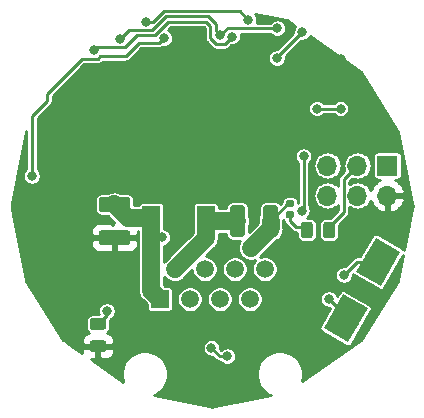
<source format=gbr>
G04 #@! TF.GenerationSoftware,KiCad,Pcbnew,(5.1.2)-2*
G04 #@! TF.CreationDate,2019-08-10T01:37:27-04:00*
G04 #@! TF.ProjectId,toyota-angle-sensor,746f796f-7461-42d6-916e-676c652d7365,rev?*
G04 #@! TF.SameCoordinates,Original*
G04 #@! TF.FileFunction,Copper,L1,Top*
G04 #@! TF.FilePolarity,Positive*
%FSLAX46Y46*%
G04 Gerber Fmt 4.6, Leading zero omitted, Abs format (unit mm)*
G04 Created by KiCad (PCBNEW (5.1.2)-2) date 2019-08-10 01:37:27*
%MOMM*%
%LPD*%
G04 APERTURE LIST*
%ADD10C,1.500000*%
%ADD11R,1.500000X1.500000*%
%ADD12C,2.400000*%
%ADD13C,0.100000*%
%ADD14R,1.500000X2.000000*%
%ADD15R,3.800000X2.000000*%
%ADD16C,0.590000*%
%ADD17O,1.700000X1.700000*%
%ADD18R,1.700000X1.700000*%
%ADD19C,0.975000*%
%ADD20C,1.250000*%
%ADD21C,0.800000*%
%ADD22C,1.500000*%
%ADD23C,0.250000*%
%ADD24C,0.254000*%
G04 APERTURE END LIST*
D10*
X131470400Y-132346700D03*
X130200400Y-134886700D03*
X128930400Y-132346700D03*
X127660400Y-134886700D03*
X126390400Y-132346700D03*
X125120400Y-134886700D03*
X123850400Y-132346700D03*
D11*
X122580400Y-134886700D03*
D12*
X141081250Y-131719605D03*
D13*
G36*
X141289230Y-133759372D02*
G01*
X139210770Y-132559372D01*
X140873270Y-129679838D01*
X142951730Y-130879838D01*
X141289230Y-133759372D01*
X141289230Y-133759372D01*
G37*
D12*
X138318750Y-136504395D03*
D13*
G36*
X138526730Y-138544162D02*
G01*
X136448270Y-137344162D01*
X138110770Y-134464628D01*
X140189230Y-135664628D01*
X138526730Y-138544162D01*
X138526730Y-138544162D01*
G37*
D14*
X121855200Y-128016400D03*
X126455200Y-128016400D03*
X124155200Y-128016400D03*
D15*
X124155200Y-121716400D03*
D13*
G36*
X133790958Y-126474710D02*
G01*
X133805276Y-126476834D01*
X133819317Y-126480351D01*
X133832946Y-126485228D01*
X133846031Y-126491417D01*
X133858447Y-126498858D01*
X133870073Y-126507481D01*
X133880798Y-126517202D01*
X133890519Y-126527927D01*
X133899142Y-126539553D01*
X133906583Y-126551969D01*
X133912772Y-126565054D01*
X133917649Y-126578683D01*
X133921166Y-126592724D01*
X133923290Y-126607042D01*
X133924000Y-126621500D01*
X133924000Y-126916500D01*
X133923290Y-126930958D01*
X133921166Y-126945276D01*
X133917649Y-126959317D01*
X133912772Y-126972946D01*
X133906583Y-126986031D01*
X133899142Y-126998447D01*
X133890519Y-127010073D01*
X133880798Y-127020798D01*
X133870073Y-127030519D01*
X133858447Y-127039142D01*
X133846031Y-127046583D01*
X133832946Y-127052772D01*
X133819317Y-127057649D01*
X133805276Y-127061166D01*
X133790958Y-127063290D01*
X133776500Y-127064000D01*
X133431500Y-127064000D01*
X133417042Y-127063290D01*
X133402724Y-127061166D01*
X133388683Y-127057649D01*
X133375054Y-127052772D01*
X133361969Y-127046583D01*
X133349553Y-127039142D01*
X133337927Y-127030519D01*
X133327202Y-127020798D01*
X133317481Y-127010073D01*
X133308858Y-126998447D01*
X133301417Y-126986031D01*
X133295228Y-126972946D01*
X133290351Y-126959317D01*
X133286834Y-126945276D01*
X133284710Y-126930958D01*
X133284000Y-126916500D01*
X133284000Y-126621500D01*
X133284710Y-126607042D01*
X133286834Y-126592724D01*
X133290351Y-126578683D01*
X133295228Y-126565054D01*
X133301417Y-126551969D01*
X133308858Y-126539553D01*
X133317481Y-126527927D01*
X133327202Y-126517202D01*
X133337927Y-126507481D01*
X133349553Y-126498858D01*
X133361969Y-126491417D01*
X133375054Y-126485228D01*
X133388683Y-126480351D01*
X133402724Y-126476834D01*
X133417042Y-126474710D01*
X133431500Y-126474000D01*
X133776500Y-126474000D01*
X133790958Y-126474710D01*
X133790958Y-126474710D01*
G37*
D16*
X133604000Y-126769000D03*
D13*
G36*
X133790958Y-127444710D02*
G01*
X133805276Y-127446834D01*
X133819317Y-127450351D01*
X133832946Y-127455228D01*
X133846031Y-127461417D01*
X133858447Y-127468858D01*
X133870073Y-127477481D01*
X133880798Y-127487202D01*
X133890519Y-127497927D01*
X133899142Y-127509553D01*
X133906583Y-127521969D01*
X133912772Y-127535054D01*
X133917649Y-127548683D01*
X133921166Y-127562724D01*
X133923290Y-127577042D01*
X133924000Y-127591500D01*
X133924000Y-127886500D01*
X133923290Y-127900958D01*
X133921166Y-127915276D01*
X133917649Y-127929317D01*
X133912772Y-127942946D01*
X133906583Y-127956031D01*
X133899142Y-127968447D01*
X133890519Y-127980073D01*
X133880798Y-127990798D01*
X133870073Y-128000519D01*
X133858447Y-128009142D01*
X133846031Y-128016583D01*
X133832946Y-128022772D01*
X133819317Y-128027649D01*
X133805276Y-128031166D01*
X133790958Y-128033290D01*
X133776500Y-128034000D01*
X133431500Y-128034000D01*
X133417042Y-128033290D01*
X133402724Y-128031166D01*
X133388683Y-128027649D01*
X133375054Y-128022772D01*
X133361969Y-128016583D01*
X133349553Y-128009142D01*
X133337927Y-128000519D01*
X133327202Y-127990798D01*
X133317481Y-127980073D01*
X133308858Y-127968447D01*
X133301417Y-127956031D01*
X133295228Y-127942946D01*
X133290351Y-127929317D01*
X133286834Y-127915276D01*
X133284710Y-127900958D01*
X133284000Y-127886500D01*
X133284000Y-127591500D01*
X133284710Y-127577042D01*
X133286834Y-127562724D01*
X133290351Y-127548683D01*
X133295228Y-127535054D01*
X133301417Y-127521969D01*
X133308858Y-127509553D01*
X133317481Y-127497927D01*
X133327202Y-127487202D01*
X133337927Y-127477481D01*
X133349553Y-127468858D01*
X133361969Y-127461417D01*
X133375054Y-127455228D01*
X133388683Y-127450351D01*
X133402724Y-127446834D01*
X133417042Y-127444710D01*
X133431500Y-127444000D01*
X133776500Y-127444000D01*
X133790958Y-127444710D01*
X133790958Y-127444710D01*
G37*
D16*
X133604000Y-127739000D03*
D17*
X136779000Y-126111000D03*
X136779000Y-123571000D03*
X139319000Y-126111000D03*
X139319000Y-123571000D03*
X141859000Y-126111000D03*
D18*
X141859000Y-123571000D03*
D13*
G36*
X137173642Y-128333174D02*
G01*
X137197303Y-128336684D01*
X137220507Y-128342496D01*
X137243029Y-128350554D01*
X137264653Y-128360782D01*
X137285170Y-128373079D01*
X137304383Y-128387329D01*
X137322107Y-128403393D01*
X137338171Y-128421117D01*
X137352421Y-128440330D01*
X137364718Y-128460847D01*
X137374946Y-128482471D01*
X137383004Y-128504993D01*
X137388816Y-128528197D01*
X137392326Y-128551858D01*
X137393500Y-128575750D01*
X137393500Y-129488250D01*
X137392326Y-129512142D01*
X137388816Y-129535803D01*
X137383004Y-129559007D01*
X137374946Y-129581529D01*
X137364718Y-129603153D01*
X137352421Y-129623670D01*
X137338171Y-129642883D01*
X137322107Y-129660607D01*
X137304383Y-129676671D01*
X137285170Y-129690921D01*
X137264653Y-129703218D01*
X137243029Y-129713446D01*
X137220507Y-129721504D01*
X137197303Y-129727316D01*
X137173642Y-129730826D01*
X137149750Y-129732000D01*
X136662250Y-129732000D01*
X136638358Y-129730826D01*
X136614697Y-129727316D01*
X136591493Y-129721504D01*
X136568971Y-129713446D01*
X136547347Y-129703218D01*
X136526830Y-129690921D01*
X136507617Y-129676671D01*
X136489893Y-129660607D01*
X136473829Y-129642883D01*
X136459579Y-129623670D01*
X136447282Y-129603153D01*
X136437054Y-129581529D01*
X136428996Y-129559007D01*
X136423184Y-129535803D01*
X136419674Y-129512142D01*
X136418500Y-129488250D01*
X136418500Y-128575750D01*
X136419674Y-128551858D01*
X136423184Y-128528197D01*
X136428996Y-128504993D01*
X136437054Y-128482471D01*
X136447282Y-128460847D01*
X136459579Y-128440330D01*
X136473829Y-128421117D01*
X136489893Y-128403393D01*
X136507617Y-128387329D01*
X136526830Y-128373079D01*
X136547347Y-128360782D01*
X136568971Y-128350554D01*
X136591493Y-128342496D01*
X136614697Y-128336684D01*
X136638358Y-128333174D01*
X136662250Y-128332000D01*
X137149750Y-128332000D01*
X137173642Y-128333174D01*
X137173642Y-128333174D01*
G37*
D19*
X136906000Y-129032000D03*
D13*
G36*
X135298642Y-128333174D02*
G01*
X135322303Y-128336684D01*
X135345507Y-128342496D01*
X135368029Y-128350554D01*
X135389653Y-128360782D01*
X135410170Y-128373079D01*
X135429383Y-128387329D01*
X135447107Y-128403393D01*
X135463171Y-128421117D01*
X135477421Y-128440330D01*
X135489718Y-128460847D01*
X135499946Y-128482471D01*
X135508004Y-128504993D01*
X135513816Y-128528197D01*
X135517326Y-128551858D01*
X135518500Y-128575750D01*
X135518500Y-129488250D01*
X135517326Y-129512142D01*
X135513816Y-129535803D01*
X135508004Y-129559007D01*
X135499946Y-129581529D01*
X135489718Y-129603153D01*
X135477421Y-129623670D01*
X135463171Y-129642883D01*
X135447107Y-129660607D01*
X135429383Y-129676671D01*
X135410170Y-129690921D01*
X135389653Y-129703218D01*
X135368029Y-129713446D01*
X135345507Y-129721504D01*
X135322303Y-129727316D01*
X135298642Y-129730826D01*
X135274750Y-129732000D01*
X134787250Y-129732000D01*
X134763358Y-129730826D01*
X134739697Y-129727316D01*
X134716493Y-129721504D01*
X134693971Y-129713446D01*
X134672347Y-129703218D01*
X134651830Y-129690921D01*
X134632617Y-129676671D01*
X134614893Y-129660607D01*
X134598829Y-129642883D01*
X134584579Y-129623670D01*
X134572282Y-129603153D01*
X134562054Y-129581529D01*
X134553996Y-129559007D01*
X134548184Y-129535803D01*
X134544674Y-129512142D01*
X134543500Y-129488250D01*
X134543500Y-128575750D01*
X134544674Y-128551858D01*
X134548184Y-128528197D01*
X134553996Y-128504993D01*
X134562054Y-128482471D01*
X134572282Y-128460847D01*
X134584579Y-128440330D01*
X134598829Y-128421117D01*
X134614893Y-128403393D01*
X134632617Y-128387329D01*
X134651830Y-128373079D01*
X134672347Y-128360782D01*
X134693971Y-128350554D01*
X134716493Y-128342496D01*
X134739697Y-128336684D01*
X134763358Y-128333174D01*
X134787250Y-128332000D01*
X135274750Y-128332000D01*
X135298642Y-128333174D01*
X135298642Y-128333174D01*
G37*
D19*
X135031000Y-129032000D03*
D13*
G36*
X117828142Y-138373174D02*
G01*
X117851803Y-138376684D01*
X117875007Y-138382496D01*
X117897529Y-138390554D01*
X117919153Y-138400782D01*
X117939670Y-138413079D01*
X117958883Y-138427329D01*
X117976607Y-138443393D01*
X117992671Y-138461117D01*
X118006921Y-138480330D01*
X118019218Y-138500847D01*
X118029446Y-138522471D01*
X118037504Y-138544993D01*
X118043316Y-138568197D01*
X118046826Y-138591858D01*
X118048000Y-138615750D01*
X118048000Y-139103250D01*
X118046826Y-139127142D01*
X118043316Y-139150803D01*
X118037504Y-139174007D01*
X118029446Y-139196529D01*
X118019218Y-139218153D01*
X118006921Y-139238670D01*
X117992671Y-139257883D01*
X117976607Y-139275607D01*
X117958883Y-139291671D01*
X117939670Y-139305921D01*
X117919153Y-139318218D01*
X117897529Y-139328446D01*
X117875007Y-139336504D01*
X117851803Y-139342316D01*
X117828142Y-139345826D01*
X117804250Y-139347000D01*
X116891750Y-139347000D01*
X116867858Y-139345826D01*
X116844197Y-139342316D01*
X116820993Y-139336504D01*
X116798471Y-139328446D01*
X116776847Y-139318218D01*
X116756330Y-139305921D01*
X116737117Y-139291671D01*
X116719393Y-139275607D01*
X116703329Y-139257883D01*
X116689079Y-139238670D01*
X116676782Y-139218153D01*
X116666554Y-139196529D01*
X116658496Y-139174007D01*
X116652684Y-139150803D01*
X116649174Y-139127142D01*
X116648000Y-139103250D01*
X116648000Y-138615750D01*
X116649174Y-138591858D01*
X116652684Y-138568197D01*
X116658496Y-138544993D01*
X116666554Y-138522471D01*
X116676782Y-138500847D01*
X116689079Y-138480330D01*
X116703329Y-138461117D01*
X116719393Y-138443393D01*
X116737117Y-138427329D01*
X116756330Y-138413079D01*
X116776847Y-138400782D01*
X116798471Y-138390554D01*
X116820993Y-138382496D01*
X116844197Y-138376684D01*
X116867858Y-138373174D01*
X116891750Y-138372000D01*
X117804250Y-138372000D01*
X117828142Y-138373174D01*
X117828142Y-138373174D01*
G37*
D19*
X117348000Y-138859500D03*
D13*
G36*
X117828142Y-136498174D02*
G01*
X117851803Y-136501684D01*
X117875007Y-136507496D01*
X117897529Y-136515554D01*
X117919153Y-136525782D01*
X117939670Y-136538079D01*
X117958883Y-136552329D01*
X117976607Y-136568393D01*
X117992671Y-136586117D01*
X118006921Y-136605330D01*
X118019218Y-136625847D01*
X118029446Y-136647471D01*
X118037504Y-136669993D01*
X118043316Y-136693197D01*
X118046826Y-136716858D01*
X118048000Y-136740750D01*
X118048000Y-137228250D01*
X118046826Y-137252142D01*
X118043316Y-137275803D01*
X118037504Y-137299007D01*
X118029446Y-137321529D01*
X118019218Y-137343153D01*
X118006921Y-137363670D01*
X117992671Y-137382883D01*
X117976607Y-137400607D01*
X117958883Y-137416671D01*
X117939670Y-137430921D01*
X117919153Y-137443218D01*
X117897529Y-137453446D01*
X117875007Y-137461504D01*
X117851803Y-137467316D01*
X117828142Y-137470826D01*
X117804250Y-137472000D01*
X116891750Y-137472000D01*
X116867858Y-137470826D01*
X116844197Y-137467316D01*
X116820993Y-137461504D01*
X116798471Y-137453446D01*
X116776847Y-137443218D01*
X116756330Y-137430921D01*
X116737117Y-137416671D01*
X116719393Y-137400607D01*
X116703329Y-137382883D01*
X116689079Y-137363670D01*
X116676782Y-137343153D01*
X116666554Y-137321529D01*
X116658496Y-137299007D01*
X116652684Y-137275803D01*
X116649174Y-137252142D01*
X116648000Y-137228250D01*
X116648000Y-136740750D01*
X116649174Y-136716858D01*
X116652684Y-136693197D01*
X116658496Y-136669993D01*
X116666554Y-136647471D01*
X116676782Y-136625847D01*
X116689079Y-136605330D01*
X116703329Y-136586117D01*
X116719393Y-136568393D01*
X116737117Y-136552329D01*
X116756330Y-136538079D01*
X116776847Y-136525782D01*
X116798471Y-136515554D01*
X116820993Y-136507496D01*
X116844197Y-136501684D01*
X116867858Y-136498174D01*
X116891750Y-136497000D01*
X117804250Y-136497000D01*
X117828142Y-136498174D01*
X117828142Y-136498174D01*
G37*
D19*
X117348000Y-136984500D03*
D13*
G36*
X119844504Y-126246204D02*
G01*
X119868773Y-126249804D01*
X119892571Y-126255765D01*
X119915671Y-126264030D01*
X119937849Y-126274520D01*
X119958893Y-126287133D01*
X119978598Y-126301747D01*
X119996777Y-126318223D01*
X120013253Y-126336402D01*
X120027867Y-126356107D01*
X120040480Y-126377151D01*
X120050970Y-126399329D01*
X120059235Y-126422429D01*
X120065196Y-126446227D01*
X120068796Y-126470496D01*
X120070000Y-126495000D01*
X120070000Y-127245000D01*
X120068796Y-127269504D01*
X120065196Y-127293773D01*
X120059235Y-127317571D01*
X120050970Y-127340671D01*
X120040480Y-127362849D01*
X120027867Y-127383893D01*
X120013253Y-127403598D01*
X119996777Y-127421777D01*
X119978598Y-127438253D01*
X119958893Y-127452867D01*
X119937849Y-127465480D01*
X119915671Y-127475970D01*
X119892571Y-127484235D01*
X119868773Y-127490196D01*
X119844504Y-127493796D01*
X119820000Y-127495000D01*
X117670000Y-127495000D01*
X117645496Y-127493796D01*
X117621227Y-127490196D01*
X117597429Y-127484235D01*
X117574329Y-127475970D01*
X117552151Y-127465480D01*
X117531107Y-127452867D01*
X117511402Y-127438253D01*
X117493223Y-127421777D01*
X117476747Y-127403598D01*
X117462133Y-127383893D01*
X117449520Y-127362849D01*
X117439030Y-127340671D01*
X117430765Y-127317571D01*
X117424804Y-127293773D01*
X117421204Y-127269504D01*
X117420000Y-127245000D01*
X117420000Y-126495000D01*
X117421204Y-126470496D01*
X117424804Y-126446227D01*
X117430765Y-126422429D01*
X117439030Y-126399329D01*
X117449520Y-126377151D01*
X117462133Y-126356107D01*
X117476747Y-126336402D01*
X117493223Y-126318223D01*
X117511402Y-126301747D01*
X117531107Y-126287133D01*
X117552151Y-126274520D01*
X117574329Y-126264030D01*
X117597429Y-126255765D01*
X117621227Y-126249804D01*
X117645496Y-126246204D01*
X117670000Y-126245000D01*
X119820000Y-126245000D01*
X119844504Y-126246204D01*
X119844504Y-126246204D01*
G37*
D20*
X118745000Y-126870000D03*
D13*
G36*
X119844504Y-129046204D02*
G01*
X119868773Y-129049804D01*
X119892571Y-129055765D01*
X119915671Y-129064030D01*
X119937849Y-129074520D01*
X119958893Y-129087133D01*
X119978598Y-129101747D01*
X119996777Y-129118223D01*
X120013253Y-129136402D01*
X120027867Y-129156107D01*
X120040480Y-129177151D01*
X120050970Y-129199329D01*
X120059235Y-129222429D01*
X120065196Y-129246227D01*
X120068796Y-129270496D01*
X120070000Y-129295000D01*
X120070000Y-130045000D01*
X120068796Y-130069504D01*
X120065196Y-130093773D01*
X120059235Y-130117571D01*
X120050970Y-130140671D01*
X120040480Y-130162849D01*
X120027867Y-130183893D01*
X120013253Y-130203598D01*
X119996777Y-130221777D01*
X119978598Y-130238253D01*
X119958893Y-130252867D01*
X119937849Y-130265480D01*
X119915671Y-130275970D01*
X119892571Y-130284235D01*
X119868773Y-130290196D01*
X119844504Y-130293796D01*
X119820000Y-130295000D01*
X117670000Y-130295000D01*
X117645496Y-130293796D01*
X117621227Y-130290196D01*
X117597429Y-130284235D01*
X117574329Y-130275970D01*
X117552151Y-130265480D01*
X117531107Y-130252867D01*
X117511402Y-130238253D01*
X117493223Y-130221777D01*
X117476747Y-130203598D01*
X117462133Y-130183893D01*
X117449520Y-130162849D01*
X117439030Y-130140671D01*
X117430765Y-130117571D01*
X117424804Y-130093773D01*
X117421204Y-130069504D01*
X117420000Y-130045000D01*
X117420000Y-129295000D01*
X117421204Y-129270496D01*
X117424804Y-129246227D01*
X117430765Y-129222429D01*
X117439030Y-129199329D01*
X117449520Y-129177151D01*
X117462133Y-129156107D01*
X117476747Y-129136402D01*
X117493223Y-129118223D01*
X117511402Y-129101747D01*
X117531107Y-129087133D01*
X117552151Y-129074520D01*
X117574329Y-129064030D01*
X117597429Y-129055765D01*
X117621227Y-129049804D01*
X117645496Y-129046204D01*
X117670000Y-129045000D01*
X119820000Y-129045000D01*
X119844504Y-129046204D01*
X119844504Y-129046204D01*
G37*
D20*
X118745000Y-129670000D03*
D13*
G36*
X132355504Y-126946204D02*
G01*
X132379773Y-126949804D01*
X132403571Y-126955765D01*
X132426671Y-126964030D01*
X132448849Y-126974520D01*
X132469893Y-126987133D01*
X132489598Y-127001747D01*
X132507777Y-127018223D01*
X132524253Y-127036402D01*
X132538867Y-127056107D01*
X132551480Y-127077151D01*
X132561970Y-127099329D01*
X132570235Y-127122429D01*
X132576196Y-127146227D01*
X132579796Y-127170496D01*
X132581000Y-127195000D01*
X132581000Y-129345000D01*
X132579796Y-129369504D01*
X132576196Y-129393773D01*
X132570235Y-129417571D01*
X132561970Y-129440671D01*
X132551480Y-129462849D01*
X132538867Y-129483893D01*
X132524253Y-129503598D01*
X132507777Y-129521777D01*
X132489598Y-129538253D01*
X132469893Y-129552867D01*
X132448849Y-129565480D01*
X132426671Y-129575970D01*
X132403571Y-129584235D01*
X132379773Y-129590196D01*
X132355504Y-129593796D01*
X132331000Y-129595000D01*
X131581000Y-129595000D01*
X131556496Y-129593796D01*
X131532227Y-129590196D01*
X131508429Y-129584235D01*
X131485329Y-129575970D01*
X131463151Y-129565480D01*
X131442107Y-129552867D01*
X131422402Y-129538253D01*
X131404223Y-129521777D01*
X131387747Y-129503598D01*
X131373133Y-129483893D01*
X131360520Y-129462849D01*
X131350030Y-129440671D01*
X131341765Y-129417571D01*
X131335804Y-129393773D01*
X131332204Y-129369504D01*
X131331000Y-129345000D01*
X131331000Y-127195000D01*
X131332204Y-127170496D01*
X131335804Y-127146227D01*
X131341765Y-127122429D01*
X131350030Y-127099329D01*
X131360520Y-127077151D01*
X131373133Y-127056107D01*
X131387747Y-127036402D01*
X131404223Y-127018223D01*
X131422402Y-127001747D01*
X131442107Y-126987133D01*
X131463151Y-126974520D01*
X131485329Y-126964030D01*
X131508429Y-126955765D01*
X131532227Y-126949804D01*
X131556496Y-126946204D01*
X131581000Y-126945000D01*
X132331000Y-126945000D01*
X132355504Y-126946204D01*
X132355504Y-126946204D01*
G37*
D20*
X131956000Y-128270000D03*
D13*
G36*
X129555504Y-126946204D02*
G01*
X129579773Y-126949804D01*
X129603571Y-126955765D01*
X129626671Y-126964030D01*
X129648849Y-126974520D01*
X129669893Y-126987133D01*
X129689598Y-127001747D01*
X129707777Y-127018223D01*
X129724253Y-127036402D01*
X129738867Y-127056107D01*
X129751480Y-127077151D01*
X129761970Y-127099329D01*
X129770235Y-127122429D01*
X129776196Y-127146227D01*
X129779796Y-127170496D01*
X129781000Y-127195000D01*
X129781000Y-129345000D01*
X129779796Y-129369504D01*
X129776196Y-129393773D01*
X129770235Y-129417571D01*
X129761970Y-129440671D01*
X129751480Y-129462849D01*
X129738867Y-129483893D01*
X129724253Y-129503598D01*
X129707777Y-129521777D01*
X129689598Y-129538253D01*
X129669893Y-129552867D01*
X129648849Y-129565480D01*
X129626671Y-129575970D01*
X129603571Y-129584235D01*
X129579773Y-129590196D01*
X129555504Y-129593796D01*
X129531000Y-129595000D01*
X128781000Y-129595000D01*
X128756496Y-129593796D01*
X128732227Y-129590196D01*
X128708429Y-129584235D01*
X128685329Y-129575970D01*
X128663151Y-129565480D01*
X128642107Y-129552867D01*
X128622402Y-129538253D01*
X128604223Y-129521777D01*
X128587747Y-129503598D01*
X128573133Y-129483893D01*
X128560520Y-129462849D01*
X128550030Y-129440671D01*
X128541765Y-129417571D01*
X128535804Y-129393773D01*
X128532204Y-129369504D01*
X128531000Y-129345000D01*
X128531000Y-127195000D01*
X128532204Y-127170496D01*
X128535804Y-127146227D01*
X128541765Y-127122429D01*
X128550030Y-127099329D01*
X128560520Y-127077151D01*
X128573133Y-127056107D01*
X128587747Y-127036402D01*
X128604223Y-127018223D01*
X128622402Y-127001747D01*
X128642107Y-126987133D01*
X128663151Y-126974520D01*
X128685329Y-126964030D01*
X128708429Y-126955765D01*
X128732227Y-126949804D01*
X128756496Y-126946204D01*
X128781000Y-126945000D01*
X129531000Y-126945000D01*
X129555504Y-126946204D01*
X129555504Y-126946204D01*
G37*
D20*
X129156000Y-128270000D03*
D10*
X130302000Y-130556000D03*
D21*
X128294953Y-139724953D03*
X126952147Y-139017147D03*
X122795847Y-129653847D03*
X134624653Y-112263347D03*
X132495120Y-114471836D03*
X134620000Y-118618000D03*
X125095000Y-139065000D03*
X126707453Y-141312453D03*
X120505200Y-131445000D03*
X131572000Y-126238000D03*
X137931306Y-114544694D03*
X138176000Y-132842000D03*
X136906000Y-134874000D03*
X137885000Y-118745000D03*
X135890000Y-118745000D03*
X128708435Y-112657767D03*
X116974937Y-113799937D03*
X130081600Y-111218400D03*
X121412000Y-111379000D03*
X127713032Y-112561971D03*
X132519847Y-111955153D03*
X119198847Y-112848847D03*
X111760000Y-124460000D03*
X122942108Y-112782108D03*
X134756663Y-122768249D03*
X134620000Y-127381000D03*
X118110000Y-135890000D03*
D22*
X122580400Y-134886700D02*
X121855200Y-134161500D01*
D23*
X133457000Y-126769000D02*
X133604000Y-126769000D01*
X131956000Y-128270000D02*
X133457000Y-126769000D01*
D22*
X131956000Y-128270000D02*
X131956000Y-128902000D01*
X131956000Y-128902000D02*
X130302000Y-130556000D01*
D23*
X128294953Y-139724953D02*
X127659953Y-139724953D01*
X127659953Y-139724953D02*
X126952147Y-139017147D01*
D22*
X119891400Y-128016400D02*
X118745000Y-126870000D01*
X121855200Y-128016400D02*
X119891400Y-128016400D01*
D23*
X122060153Y-129653847D02*
X121855200Y-129858800D01*
X122795847Y-129653847D02*
X122060153Y-129653847D01*
D22*
X121855200Y-134161500D02*
X121855200Y-129858800D01*
X121855200Y-129858800D02*
X121855200Y-128016400D01*
D23*
X132495120Y-114392880D02*
X132495120Y-114471836D01*
X134624653Y-112263347D02*
X132495120Y-114392880D01*
D22*
X126455200Y-129741900D02*
X123850400Y-132346700D01*
X126455200Y-128016400D02*
X126455200Y-129741900D01*
X126708800Y-128270000D02*
X126455200Y-128016400D01*
X129156000Y-128270000D02*
X126708800Y-128270000D01*
D23*
X125095000Y-139065000D02*
X126707453Y-140677453D01*
X126707453Y-140677453D02*
X126707453Y-141312453D01*
X139298395Y-131719605D02*
X138176000Y-132842000D01*
X141081250Y-131719605D02*
X139298395Y-131719605D01*
X138318750Y-136286750D02*
X136906000Y-134874000D01*
X138318750Y-136504395D02*
X138318750Y-136286750D01*
X138469001Y-124420999D02*
X139319000Y-123571000D01*
X138143999Y-124746001D02*
X138469001Y-124420999D01*
X138143999Y-127540001D02*
X138143999Y-124746001D01*
X136906000Y-128778000D02*
X138143999Y-127540001D01*
X137885000Y-118745000D02*
X135890000Y-118745000D01*
X126863023Y-112784964D02*
X126863023Y-111751433D01*
X127365031Y-113286972D02*
X126863023Y-112784964D01*
X128061033Y-113286972D02*
X127365031Y-113286972D01*
X128708435Y-112657767D02*
X128690238Y-112657767D01*
X128690238Y-112657767D02*
X128061033Y-113286972D01*
X126501610Y-111390020D02*
X124011400Y-111390020D01*
X126863023Y-111751433D02*
X126501610Y-111390020D01*
X124011400Y-111390020D02*
X123308890Y-111390020D01*
X122144900Y-112554010D02*
X120672402Y-112554010D01*
X123308890Y-111390020D02*
X122144900Y-112554010D01*
X117201026Y-113573848D02*
X116974937Y-113799937D01*
X120672402Y-112554010D02*
X119652564Y-113573848D01*
X119652564Y-113573848D02*
X117201026Y-113573848D01*
X130081600Y-111218400D02*
X129353200Y-110490000D01*
X129353200Y-110490000D02*
X122936089Y-110490001D01*
X122936089Y-110490001D02*
X122047090Y-111379000D01*
X122047090Y-111379000D02*
X121412000Y-111379000D01*
X129314753Y-111955153D02*
X132519847Y-111955153D01*
X129253001Y-111893401D02*
X129314753Y-111955153D01*
X127713032Y-112561971D02*
X128381602Y-111893401D01*
X128381602Y-111893401D02*
X129253001Y-111893401D01*
X127713032Y-112561971D02*
X127313033Y-112161972D01*
X127313033Y-112161972D02*
X127313033Y-111565033D01*
X127313033Y-111565033D02*
X126688010Y-110940010D01*
X126688010Y-110940010D02*
X123825000Y-110940010D01*
X123825000Y-110940010D02*
X123122490Y-110940010D01*
X123122490Y-110940010D02*
X121958500Y-112104000D01*
X121958500Y-112104000D02*
X119943694Y-112104000D01*
X119943694Y-112104000D02*
X119198847Y-112848847D01*
X122542109Y-113182107D02*
X122942108Y-112782108D01*
X120802107Y-113182107D02*
X122542109Y-113182107D01*
X119684214Y-114300000D02*
X120802107Y-113182107D01*
X117547876Y-114300000D02*
X119684214Y-114300000D01*
X113030000Y-118110000D02*
X113030000Y-117475000D01*
X113030000Y-117475000D02*
X115980062Y-114524938D01*
X111760000Y-119380000D02*
X113030000Y-118110000D01*
X111760000Y-124460000D02*
X111760000Y-119380000D01*
X115980062Y-114524938D02*
X117322938Y-114524938D01*
X117322938Y-114524938D02*
X117547876Y-114300000D01*
X134756663Y-127371337D02*
X134756663Y-122768249D01*
X134620000Y-127508000D02*
X134756663Y-127371337D01*
X118110000Y-136222500D02*
X117348000Y-136984500D01*
X118110000Y-135890000D02*
X118110000Y-136222500D01*
X133604000Y-127739000D02*
X133604000Y-128270000D01*
X134112000Y-128778000D02*
X135031000Y-128778000D01*
X133604000Y-128270000D02*
X134112000Y-128778000D01*
D24*
G36*
X133259965Y-111236508D02*
G01*
X133328233Y-111264785D01*
X134056801Y-111774783D01*
X134044421Y-111787163D01*
X133962671Y-111909510D01*
X133906360Y-112045455D01*
X133877653Y-112189774D01*
X133877653Y-112336920D01*
X133878635Y-112341857D01*
X132495656Y-113724836D01*
X132421547Y-113724836D01*
X132277228Y-113753543D01*
X132141283Y-113809854D01*
X132018936Y-113891604D01*
X131914888Y-113995652D01*
X131833138Y-114117999D01*
X131776827Y-114253944D01*
X131748120Y-114398263D01*
X131748120Y-114545409D01*
X131776827Y-114689728D01*
X131833138Y-114825673D01*
X131914888Y-114948020D01*
X132018936Y-115052068D01*
X132141283Y-115133818D01*
X132277228Y-115190129D01*
X132421547Y-115218836D01*
X132568693Y-115218836D01*
X132713012Y-115190129D01*
X132848957Y-115133818D01*
X132971304Y-115052068D01*
X133075352Y-114948020D01*
X133157102Y-114825673D01*
X133213413Y-114689728D01*
X133242120Y-114545409D01*
X133242120Y-114398263D01*
X133228038Y-114327470D01*
X134546143Y-113009365D01*
X134551080Y-113010347D01*
X134698226Y-113010347D01*
X134842545Y-112981640D01*
X134978490Y-112925329D01*
X135100837Y-112843579D01*
X135204885Y-112739531D01*
X135278220Y-112629777D01*
X139605999Y-115659223D01*
X142755014Y-120697646D01*
X143966434Y-126754745D01*
X143978000Y-127000000D01*
X143971012Y-127222365D01*
X143268310Y-130735877D01*
X143264450Y-130725622D01*
X143228355Y-130667576D01*
X143181629Y-130617688D01*
X143126069Y-130577874D01*
X141047609Y-129377874D01*
X140985349Y-129349664D01*
X140918782Y-129334143D01*
X140850465Y-129331907D01*
X140783026Y-129343041D01*
X140719054Y-129367118D01*
X140661008Y-129403213D01*
X140611120Y-129449939D01*
X140571306Y-129505499D01*
X139565500Y-131247605D01*
X139321574Y-131247605D01*
X139298394Y-131245322D01*
X139205867Y-131254435D01*
X139116895Y-131281425D01*
X139034897Y-131325253D01*
X138963026Y-131384236D01*
X138948244Y-131402248D01*
X138254510Y-132095982D01*
X138249573Y-132095000D01*
X138102427Y-132095000D01*
X137958108Y-132123707D01*
X137822163Y-132180018D01*
X137699816Y-132261768D01*
X137595768Y-132365816D01*
X137514018Y-132488163D01*
X137457707Y-132624108D01*
X137429000Y-132768427D01*
X137429000Y-132915573D01*
X137457707Y-133059892D01*
X137514018Y-133195837D01*
X137595768Y-133318184D01*
X137699816Y-133422232D01*
X137822163Y-133503982D01*
X137958108Y-133560293D01*
X138102427Y-133589000D01*
X138249573Y-133589000D01*
X138393892Y-133560293D01*
X138529837Y-133503982D01*
X138652184Y-133422232D01*
X138756232Y-133318184D01*
X138837982Y-133195837D01*
X138894293Y-133059892D01*
X138923000Y-132915573D01*
X138923000Y-132768427D01*
X138922018Y-132763490D01*
X138926373Y-132759135D01*
X138934145Y-132771634D01*
X138980871Y-132821522D01*
X139036431Y-132861336D01*
X141114891Y-134061336D01*
X141177151Y-134089546D01*
X141243718Y-134105067D01*
X141312035Y-134107303D01*
X141379474Y-134096169D01*
X141443446Y-134072092D01*
X141501492Y-134035997D01*
X141551380Y-133989271D01*
X141591194Y-133933711D01*
X143178655Y-131184148D01*
X142763492Y-133259966D01*
X142728091Y-133345431D01*
X139605999Y-138340777D01*
X134594171Y-141849058D01*
X134612578Y-141804619D01*
X134687400Y-141428463D01*
X134687400Y-141044937D01*
X134612578Y-140668781D01*
X134465809Y-140314450D01*
X134252734Y-139995560D01*
X133981540Y-139724366D01*
X133662650Y-139511291D01*
X133308319Y-139364522D01*
X132932163Y-139289700D01*
X132548637Y-139289700D01*
X132172481Y-139364522D01*
X131818150Y-139511291D01*
X131499260Y-139724366D01*
X131228066Y-139995560D01*
X131014991Y-140314450D01*
X130868222Y-140668781D01*
X130793400Y-141044937D01*
X130793400Y-141428463D01*
X130868222Y-141804619D01*
X131014991Y-142158950D01*
X131228066Y-142477840D01*
X131499260Y-142749034D01*
X131818150Y-142962109D01*
X131964265Y-143022632D01*
X127245255Y-143966434D01*
X127000000Y-143978000D01*
X126754745Y-143966434D01*
X122069993Y-143029484D01*
X122232650Y-142962109D01*
X122551540Y-142749034D01*
X122822734Y-142477840D01*
X123035809Y-142158950D01*
X123182578Y-141804619D01*
X123257400Y-141428463D01*
X123257400Y-141044937D01*
X123182578Y-140668781D01*
X123035809Y-140314450D01*
X122822734Y-139995560D01*
X122551540Y-139724366D01*
X122232650Y-139511291D01*
X121878319Y-139364522D01*
X121502163Y-139289700D01*
X121118637Y-139289700D01*
X120742481Y-139364522D01*
X120388150Y-139511291D01*
X120069260Y-139724366D01*
X119798066Y-139995560D01*
X119584991Y-140314450D01*
X119438222Y-140668781D01*
X119363400Y-141044937D01*
X119363400Y-141428463D01*
X119438222Y-141804619D01*
X119477373Y-141899139D01*
X116741997Y-139984375D01*
X117062250Y-139982000D01*
X117221000Y-139823250D01*
X117221000Y-138986500D01*
X117475000Y-138986500D01*
X117475000Y-139823250D01*
X117633750Y-139982000D01*
X118048000Y-139985072D01*
X118172482Y-139972812D01*
X118292180Y-139936502D01*
X118402494Y-139877537D01*
X118499185Y-139798185D01*
X118578537Y-139701494D01*
X118637502Y-139591180D01*
X118673812Y-139471482D01*
X118686072Y-139347000D01*
X118683000Y-139145250D01*
X118524250Y-138986500D01*
X117475000Y-138986500D01*
X117221000Y-138986500D01*
X116171750Y-138986500D01*
X116013000Y-139145250D01*
X116009928Y-139347000D01*
X116022188Y-139471482D01*
X116025664Y-139482942D01*
X115255140Y-138943574D01*
X126205147Y-138943574D01*
X126205147Y-139090720D01*
X126233854Y-139235039D01*
X126290165Y-139370984D01*
X126371915Y-139493331D01*
X126475963Y-139597379D01*
X126598310Y-139679129D01*
X126734255Y-139735440D01*
X126878574Y-139764147D01*
X127025720Y-139764147D01*
X127030656Y-139763165D01*
X127309806Y-140042315D01*
X127324584Y-140060322D01*
X127396455Y-140119305D01*
X127478452Y-140163133D01*
X127567425Y-140190123D01*
X127659953Y-140199236D01*
X127683133Y-140196953D01*
X127711925Y-140196953D01*
X127714721Y-140201137D01*
X127818769Y-140305185D01*
X127941116Y-140386935D01*
X128077061Y-140443246D01*
X128221380Y-140471953D01*
X128368526Y-140471953D01*
X128512845Y-140443246D01*
X128648790Y-140386935D01*
X128771137Y-140305185D01*
X128875185Y-140201137D01*
X128956935Y-140078790D01*
X129013246Y-139942845D01*
X129041953Y-139798526D01*
X129041953Y-139651380D01*
X129013246Y-139507061D01*
X128956935Y-139371116D01*
X128875185Y-139248769D01*
X128771137Y-139144721D01*
X128648790Y-139062971D01*
X128512845Y-139006660D01*
X128368526Y-138977953D01*
X128221380Y-138977953D01*
X128077061Y-139006660D01*
X127941116Y-139062971D01*
X127818769Y-139144721D01*
X127782999Y-139180491D01*
X127698165Y-139095656D01*
X127699147Y-139090720D01*
X127699147Y-138943574D01*
X127670440Y-138799255D01*
X127614129Y-138663310D01*
X127532379Y-138540963D01*
X127428331Y-138436915D01*
X127305984Y-138355165D01*
X127170039Y-138298854D01*
X127025720Y-138270147D01*
X126878574Y-138270147D01*
X126734255Y-138298854D01*
X126598310Y-138355165D01*
X126475963Y-138436915D01*
X126371915Y-138540963D01*
X126290165Y-138663310D01*
X126233854Y-138799255D01*
X126205147Y-138943574D01*
X115255140Y-138943574D01*
X114438606Y-138372000D01*
X116009928Y-138372000D01*
X116013000Y-138573750D01*
X116171750Y-138732500D01*
X117221000Y-138732500D01*
X117221000Y-138712500D01*
X117475000Y-138712500D01*
X117475000Y-138732500D01*
X118524250Y-138732500D01*
X118683000Y-138573750D01*
X118686072Y-138372000D01*
X118673812Y-138247518D01*
X118637502Y-138127820D01*
X118578537Y-138017506D01*
X118499185Y-137920815D01*
X118402494Y-137841463D01*
X118292180Y-137782498D01*
X118172482Y-137746188D01*
X118099417Y-137738992D01*
X118133385Y-137720836D01*
X118223160Y-137647160D01*
X118296836Y-137557385D01*
X118351582Y-137454962D01*
X118378275Y-137366967D01*
X136100339Y-137366967D01*
X136111473Y-137434406D01*
X136135550Y-137498378D01*
X136171645Y-137556424D01*
X136218371Y-137606312D01*
X136273931Y-137646126D01*
X138352391Y-138846126D01*
X138414651Y-138874336D01*
X138481218Y-138889857D01*
X138549535Y-138892093D01*
X138616974Y-138880959D01*
X138680946Y-138856882D01*
X138738992Y-138820787D01*
X138788880Y-138774061D01*
X138828694Y-138718501D01*
X140491194Y-135838967D01*
X140519404Y-135776707D01*
X140534925Y-135710140D01*
X140537161Y-135641823D01*
X140526027Y-135574384D01*
X140501950Y-135510412D01*
X140465855Y-135452366D01*
X140419129Y-135402478D01*
X140363569Y-135362664D01*
X138285109Y-134162664D01*
X138222849Y-134134454D01*
X138156282Y-134118933D01*
X138087965Y-134116697D01*
X138020526Y-134127831D01*
X137956554Y-134151908D01*
X137898508Y-134188003D01*
X137848620Y-134234729D01*
X137808806Y-134290289D01*
X137613142Y-134629188D01*
X137567982Y-134520163D01*
X137486232Y-134397816D01*
X137382184Y-134293768D01*
X137259837Y-134212018D01*
X137123892Y-134155707D01*
X136979573Y-134127000D01*
X136832427Y-134127000D01*
X136688108Y-134155707D01*
X136552163Y-134212018D01*
X136429816Y-134293768D01*
X136325768Y-134397816D01*
X136244018Y-134520163D01*
X136187707Y-134656108D01*
X136159000Y-134800427D01*
X136159000Y-134947573D01*
X136187707Y-135091892D01*
X136244018Y-135227837D01*
X136325768Y-135350184D01*
X136429816Y-135454232D01*
X136552163Y-135535982D01*
X136688108Y-135592293D01*
X136832427Y-135621000D01*
X136979573Y-135621000D01*
X136984510Y-135620018D01*
X137020378Y-135655886D01*
X136146306Y-137169823D01*
X136118096Y-137232083D01*
X136102575Y-137298650D01*
X136100339Y-137366967D01*
X118378275Y-137366967D01*
X118385295Y-137343827D01*
X118396678Y-137228250D01*
X118396678Y-136740750D01*
X118385295Y-136625173D01*
X118382861Y-136617148D01*
X118427362Y-136572647D01*
X118441032Y-136561428D01*
X118463837Y-136551982D01*
X118586184Y-136470232D01*
X118690232Y-136366184D01*
X118771982Y-136243837D01*
X118828293Y-136107892D01*
X118857000Y-135963573D01*
X118857000Y-135816427D01*
X118828293Y-135672108D01*
X118771982Y-135536163D01*
X118690232Y-135413816D01*
X118586184Y-135309768D01*
X118463837Y-135228018D01*
X118327892Y-135171707D01*
X118183573Y-135143000D01*
X118036427Y-135143000D01*
X117892108Y-135171707D01*
X117756163Y-135228018D01*
X117633816Y-135309768D01*
X117529768Y-135413816D01*
X117448018Y-135536163D01*
X117391707Y-135672108D01*
X117363000Y-135816427D01*
X117363000Y-135963573D01*
X117391707Y-136107892D01*
X117408454Y-136148322D01*
X116891750Y-136148322D01*
X116776173Y-136159705D01*
X116665038Y-136193418D01*
X116562615Y-136248164D01*
X116472840Y-136321840D01*
X116399164Y-136411615D01*
X116344418Y-136514038D01*
X116310705Y-136625173D01*
X116299322Y-136740750D01*
X116299322Y-137228250D01*
X116310705Y-137343827D01*
X116344418Y-137454962D01*
X116399164Y-137557385D01*
X116472840Y-137647160D01*
X116562615Y-137720836D01*
X116596583Y-137738992D01*
X116523518Y-137746188D01*
X116403820Y-137782498D01*
X116293506Y-137841463D01*
X116196815Y-137920815D01*
X116117463Y-138017506D01*
X116058498Y-138127820D01*
X116022188Y-138247518D01*
X116009928Y-138372000D01*
X114438606Y-138372000D01*
X114394001Y-138340777D01*
X111271909Y-133345431D01*
X111236508Y-133259966D01*
X110643516Y-130295000D01*
X116781928Y-130295000D01*
X116794188Y-130419482D01*
X116830498Y-130539180D01*
X116889463Y-130649494D01*
X116968815Y-130746185D01*
X117065506Y-130825537D01*
X117175820Y-130884502D01*
X117295518Y-130920812D01*
X117420000Y-130933072D01*
X118459250Y-130930000D01*
X118618000Y-130771250D01*
X118618000Y-129797000D01*
X118872000Y-129797000D01*
X118872000Y-130771250D01*
X119030750Y-130930000D01*
X120070000Y-130933072D01*
X120194482Y-130920812D01*
X120314180Y-130884502D01*
X120424494Y-130825537D01*
X120521185Y-130746185D01*
X120600537Y-130649494D01*
X120659502Y-130539180D01*
X120695812Y-130419482D01*
X120708072Y-130295000D01*
X120705000Y-129955750D01*
X120546250Y-129797000D01*
X118872000Y-129797000D01*
X118618000Y-129797000D01*
X116943750Y-129797000D01*
X116785000Y-129955750D01*
X116781928Y-130295000D01*
X110643516Y-130295000D01*
X110393516Y-129045000D01*
X116781928Y-129045000D01*
X116785000Y-129384250D01*
X116943750Y-129543000D01*
X118618000Y-129543000D01*
X118618000Y-129523000D01*
X118872000Y-129523000D01*
X118872000Y-129543000D01*
X120546250Y-129543000D01*
X120705000Y-129384250D01*
X120707453Y-129113400D01*
X120758200Y-129113400D01*
X120758200Y-129912681D01*
X120758201Y-129912691D01*
X120758200Y-134107618D01*
X120752893Y-134161500D01*
X120774074Y-134376549D01*
X120818758Y-134523855D01*
X120836801Y-134583334D01*
X120938665Y-134773909D01*
X121075751Y-134940949D01*
X121117614Y-134975305D01*
X121481722Y-135339413D01*
X121481722Y-135636700D01*
X121488422Y-135704724D01*
X121508264Y-135770133D01*
X121540485Y-135830415D01*
X121583847Y-135883253D01*
X121636685Y-135926615D01*
X121696967Y-135958836D01*
X121762376Y-135978678D01*
X121830400Y-135985378D01*
X122543555Y-135985378D01*
X122580400Y-135989007D01*
X122617245Y-135985378D01*
X123330400Y-135985378D01*
X123398424Y-135978678D01*
X123463833Y-135958836D01*
X123524115Y-135926615D01*
X123576953Y-135883253D01*
X123620315Y-135830415D01*
X123652536Y-135770133D01*
X123672378Y-135704724D01*
X123679078Y-135636700D01*
X123679078Y-134923545D01*
X123682707Y-134886700D01*
X123679078Y-134849855D01*
X123679078Y-134778655D01*
X124023400Y-134778655D01*
X124023400Y-134994745D01*
X124065557Y-135206683D01*
X124148251Y-135406324D01*
X124268304Y-135585997D01*
X124421103Y-135738796D01*
X124600776Y-135858849D01*
X124800417Y-135941543D01*
X125012355Y-135983700D01*
X125228445Y-135983700D01*
X125440383Y-135941543D01*
X125640024Y-135858849D01*
X125819697Y-135738796D01*
X125972496Y-135585997D01*
X126092549Y-135406324D01*
X126175243Y-135206683D01*
X126217400Y-134994745D01*
X126217400Y-134778655D01*
X126563400Y-134778655D01*
X126563400Y-134994745D01*
X126605557Y-135206683D01*
X126688251Y-135406324D01*
X126808304Y-135585997D01*
X126961103Y-135738796D01*
X127140776Y-135858849D01*
X127340417Y-135941543D01*
X127552355Y-135983700D01*
X127768445Y-135983700D01*
X127980383Y-135941543D01*
X128180024Y-135858849D01*
X128359697Y-135738796D01*
X128512496Y-135585997D01*
X128632549Y-135406324D01*
X128715243Y-135206683D01*
X128757400Y-134994745D01*
X128757400Y-134778655D01*
X129103400Y-134778655D01*
X129103400Y-134994745D01*
X129145557Y-135206683D01*
X129228251Y-135406324D01*
X129348304Y-135585997D01*
X129501103Y-135738796D01*
X129680776Y-135858849D01*
X129880417Y-135941543D01*
X130092355Y-135983700D01*
X130308445Y-135983700D01*
X130520383Y-135941543D01*
X130720024Y-135858849D01*
X130899697Y-135738796D01*
X131052496Y-135585997D01*
X131172549Y-135406324D01*
X131255243Y-135206683D01*
X131297400Y-134994745D01*
X131297400Y-134778655D01*
X131255243Y-134566717D01*
X131172549Y-134367076D01*
X131052496Y-134187403D01*
X130899697Y-134034604D01*
X130720024Y-133914551D01*
X130520383Y-133831857D01*
X130308445Y-133789700D01*
X130092355Y-133789700D01*
X129880417Y-133831857D01*
X129680776Y-133914551D01*
X129501103Y-134034604D01*
X129348304Y-134187403D01*
X129228251Y-134367076D01*
X129145557Y-134566717D01*
X129103400Y-134778655D01*
X128757400Y-134778655D01*
X128715243Y-134566717D01*
X128632549Y-134367076D01*
X128512496Y-134187403D01*
X128359697Y-134034604D01*
X128180024Y-133914551D01*
X127980383Y-133831857D01*
X127768445Y-133789700D01*
X127552355Y-133789700D01*
X127340417Y-133831857D01*
X127140776Y-133914551D01*
X126961103Y-134034604D01*
X126808304Y-134187403D01*
X126688251Y-134367076D01*
X126605557Y-134566717D01*
X126563400Y-134778655D01*
X126217400Y-134778655D01*
X126175243Y-134566717D01*
X126092549Y-134367076D01*
X125972496Y-134187403D01*
X125819697Y-134034604D01*
X125640024Y-133914551D01*
X125440383Y-133831857D01*
X125228445Y-133789700D01*
X125012355Y-133789700D01*
X124800417Y-133831857D01*
X124600776Y-133914551D01*
X124421103Y-134034604D01*
X124268304Y-134187403D01*
X124148251Y-134367076D01*
X124065557Y-134566717D01*
X124023400Y-134778655D01*
X123679078Y-134778655D01*
X123679078Y-134136700D01*
X123672378Y-134068676D01*
X123652536Y-134003267D01*
X123620315Y-133942985D01*
X123576953Y-133890147D01*
X123524115Y-133846785D01*
X123463833Y-133814564D01*
X123398424Y-133794722D01*
X123330400Y-133788022D01*
X123033113Y-133788022D01*
X122952200Y-133707109D01*
X122952200Y-132981448D01*
X122968204Y-133000950D01*
X122998304Y-133045997D01*
X123036614Y-133084307D01*
X123070952Y-133126148D01*
X123112793Y-133160486D01*
X123151103Y-133198796D01*
X123196150Y-133228896D01*
X123237992Y-133263234D01*
X123285733Y-133288752D01*
X123330776Y-133318849D01*
X123380819Y-133339578D01*
X123428566Y-133365099D01*
X123480375Y-133380815D01*
X123530417Y-133401543D01*
X123583543Y-133412110D01*
X123635351Y-133427826D01*
X123689229Y-133433133D01*
X123742355Y-133443700D01*
X123796518Y-133443700D01*
X123850400Y-133449007D01*
X123904282Y-133443700D01*
X123958445Y-133443700D01*
X124011571Y-133433133D01*
X124065449Y-133427826D01*
X124117257Y-133412110D01*
X124170383Y-133401543D01*
X124220425Y-133380815D01*
X124272234Y-133365099D01*
X124319981Y-133339578D01*
X124370024Y-133318849D01*
X124415067Y-133288752D01*
X124462808Y-133263234D01*
X124504650Y-133228895D01*
X124549697Y-133198796D01*
X124702496Y-133045997D01*
X124702500Y-133045991D01*
X125293457Y-132455034D01*
X125335557Y-132666683D01*
X125418251Y-132866324D01*
X125538304Y-133045997D01*
X125691103Y-133198796D01*
X125870776Y-133318849D01*
X126070417Y-133401543D01*
X126282355Y-133443700D01*
X126498445Y-133443700D01*
X126710383Y-133401543D01*
X126910024Y-133318849D01*
X127089697Y-133198796D01*
X127242496Y-133045997D01*
X127362549Y-132866324D01*
X127445243Y-132666683D01*
X127487400Y-132454745D01*
X127487400Y-132238655D01*
X127833400Y-132238655D01*
X127833400Y-132454745D01*
X127875557Y-132666683D01*
X127958251Y-132866324D01*
X128078304Y-133045997D01*
X128231103Y-133198796D01*
X128410776Y-133318849D01*
X128610417Y-133401543D01*
X128822355Y-133443700D01*
X129038445Y-133443700D01*
X129250383Y-133401543D01*
X129450024Y-133318849D01*
X129629697Y-133198796D01*
X129782496Y-133045997D01*
X129902549Y-132866324D01*
X129985243Y-132666683D01*
X130027400Y-132454745D01*
X130027400Y-132238655D01*
X129985243Y-132026717D01*
X129902549Y-131827076D01*
X129782496Y-131647403D01*
X129629697Y-131494604D01*
X129450024Y-131374551D01*
X129250383Y-131291857D01*
X129038445Y-131249700D01*
X128822355Y-131249700D01*
X128610417Y-131291857D01*
X128410776Y-131374551D01*
X128231103Y-131494604D01*
X128078304Y-131647403D01*
X127958251Y-131827076D01*
X127875557Y-132026717D01*
X127833400Y-132238655D01*
X127487400Y-132238655D01*
X127445243Y-132026717D01*
X127362549Y-131827076D01*
X127242496Y-131647403D01*
X127089697Y-131494604D01*
X126910024Y-131374551D01*
X126710383Y-131291857D01*
X126498735Y-131249758D01*
X127192797Y-130555696D01*
X127234649Y-130521349D01*
X127371735Y-130354309D01*
X127473599Y-130163735D01*
X127526538Y-129989216D01*
X127536326Y-129956950D01*
X127557507Y-129741901D01*
X127552200Y-129688019D01*
X127552200Y-129367000D01*
X128184489Y-129367000D01*
X128193825Y-129461796D01*
X128227894Y-129574104D01*
X128283217Y-129677608D01*
X128357671Y-129768329D01*
X128448392Y-129842783D01*
X128551896Y-129898106D01*
X128664204Y-129932175D01*
X128781000Y-129943678D01*
X129385420Y-129943678D01*
X129359948Y-129991333D01*
X129329851Y-130036376D01*
X129309122Y-130086419D01*
X129283601Y-130134166D01*
X129267885Y-130185975D01*
X129247157Y-130236017D01*
X129236590Y-130289143D01*
X129220874Y-130340951D01*
X129215567Y-130394829D01*
X129205000Y-130447955D01*
X129205000Y-130502118D01*
X129199693Y-130556000D01*
X129205000Y-130609882D01*
X129205000Y-130664045D01*
X129215567Y-130717171D01*
X129220874Y-130771049D01*
X129236590Y-130822857D01*
X129247157Y-130875983D01*
X129267885Y-130926025D01*
X129283601Y-130977834D01*
X129309122Y-131025581D01*
X129329851Y-131075624D01*
X129359948Y-131120667D01*
X129385466Y-131168408D01*
X129419804Y-131210250D01*
X129449904Y-131255297D01*
X129488214Y-131293607D01*
X129522552Y-131335448D01*
X129564393Y-131369786D01*
X129602703Y-131408096D01*
X129647750Y-131438196D01*
X129689592Y-131472534D01*
X129737333Y-131498052D01*
X129782376Y-131528149D01*
X129832419Y-131548878D01*
X129880166Y-131574399D01*
X129931975Y-131590115D01*
X129982017Y-131610843D01*
X130035143Y-131621410D01*
X130086951Y-131637126D01*
X130140829Y-131642433D01*
X130193955Y-131653000D01*
X130248118Y-131653000D01*
X130302000Y-131658307D01*
X130355882Y-131653000D01*
X130410045Y-131653000D01*
X130463171Y-131642433D01*
X130517049Y-131637126D01*
X130568857Y-131621410D01*
X130621983Y-131610843D01*
X130672025Y-131590115D01*
X130677145Y-131588562D01*
X130618304Y-131647403D01*
X130498251Y-131827076D01*
X130415557Y-132026717D01*
X130373400Y-132238655D01*
X130373400Y-132454745D01*
X130415557Y-132666683D01*
X130498251Y-132866324D01*
X130618304Y-133045997D01*
X130771103Y-133198796D01*
X130950776Y-133318849D01*
X131150417Y-133401543D01*
X131362355Y-133443700D01*
X131578445Y-133443700D01*
X131790383Y-133401543D01*
X131990024Y-133318849D01*
X132169697Y-133198796D01*
X132322496Y-133045997D01*
X132442549Y-132866324D01*
X132525243Y-132666683D01*
X132567400Y-132454745D01*
X132567400Y-132238655D01*
X132525243Y-132026717D01*
X132442549Y-131827076D01*
X132322496Y-131647403D01*
X132169697Y-131494604D01*
X131990024Y-131374551D01*
X131790383Y-131291857D01*
X131578445Y-131249700D01*
X131362355Y-131249700D01*
X131150417Y-131291857D01*
X131094286Y-131315107D01*
X131154096Y-131255297D01*
X131154100Y-131255291D01*
X132490028Y-129919364D01*
X132560104Y-129898106D01*
X132663608Y-129842783D01*
X132754329Y-129768329D01*
X132828783Y-129677608D01*
X132884106Y-129574104D01*
X132918175Y-129461796D01*
X132922132Y-129421620D01*
X132974399Y-129323835D01*
X132998868Y-129243170D01*
X133037126Y-129117050D01*
X133058307Y-128902001D01*
X133053000Y-128848119D01*
X133053000Y-128216118D01*
X133051606Y-128201962D01*
X133080649Y-128237351D01*
X133130533Y-128278290D01*
X133138830Y-128362527D01*
X133165821Y-128451500D01*
X133199496Y-128514502D01*
X133209649Y-128533498D01*
X133268632Y-128605369D01*
X133286637Y-128620145D01*
X133761853Y-129095362D01*
X133776631Y-129113369D01*
X133848502Y-129172352D01*
X133930500Y-129216180D01*
X134019472Y-129243170D01*
X134088820Y-129250000D01*
X134088821Y-129250000D01*
X134111999Y-129252283D01*
X134135177Y-129250000D01*
X134194822Y-129250000D01*
X134194822Y-129488250D01*
X134206205Y-129603827D01*
X134239918Y-129714962D01*
X134294664Y-129817385D01*
X134368340Y-129907160D01*
X134458115Y-129980836D01*
X134560538Y-130035582D01*
X134671673Y-130069295D01*
X134787250Y-130080678D01*
X135274750Y-130080678D01*
X135390327Y-130069295D01*
X135501462Y-130035582D01*
X135603885Y-129980836D01*
X135693660Y-129907160D01*
X135767336Y-129817385D01*
X135822082Y-129714962D01*
X135855795Y-129603827D01*
X135867178Y-129488250D01*
X135867178Y-128575750D01*
X135855795Y-128460173D01*
X135822082Y-128349038D01*
X135767336Y-128246615D01*
X135693660Y-128156840D01*
X135603885Y-128083164D01*
X135501462Y-128028418D01*
X135390327Y-127994705D01*
X135274750Y-127983322D01*
X135063124Y-127983322D01*
X135096184Y-127961232D01*
X135200232Y-127857184D01*
X135281982Y-127734837D01*
X135338293Y-127598892D01*
X135367000Y-127454573D01*
X135367000Y-127307427D01*
X135338293Y-127163108D01*
X135281982Y-127027163D01*
X135228663Y-126947366D01*
X135228663Y-126111000D01*
X135576209Y-126111000D01*
X135599320Y-126345653D01*
X135667766Y-126571288D01*
X135778916Y-126779235D01*
X135928498Y-126961502D01*
X136110765Y-127111084D01*
X136318712Y-127222234D01*
X136544347Y-127290680D01*
X136720202Y-127308000D01*
X136837798Y-127308000D01*
X137013653Y-127290680D01*
X137239288Y-127222234D01*
X137447235Y-127111084D01*
X137629502Y-126961502D01*
X137671999Y-126909719D01*
X137671999Y-127344492D01*
X137033170Y-127983322D01*
X136662250Y-127983322D01*
X136546673Y-127994705D01*
X136435538Y-128028418D01*
X136333115Y-128083164D01*
X136243340Y-128156840D01*
X136169664Y-128246615D01*
X136114918Y-128349038D01*
X136081205Y-128460173D01*
X136069822Y-128575750D01*
X136069822Y-129488250D01*
X136081205Y-129603827D01*
X136114918Y-129714962D01*
X136169664Y-129817385D01*
X136243340Y-129907160D01*
X136333115Y-129980836D01*
X136435538Y-130035582D01*
X136546673Y-130069295D01*
X136662250Y-130080678D01*
X137149750Y-130080678D01*
X137265327Y-130069295D01*
X137376462Y-130035582D01*
X137478885Y-129980836D01*
X137568660Y-129907160D01*
X137642336Y-129817385D01*
X137697082Y-129714962D01*
X137730795Y-129603827D01*
X137742178Y-129488250D01*
X137742178Y-128609330D01*
X138461361Y-127890148D01*
X138479368Y-127875370D01*
X138538351Y-127803499D01*
X138582179Y-127721501D01*
X138609169Y-127632529D01*
X138615999Y-127563181D01*
X138615999Y-127563180D01*
X138618282Y-127540001D01*
X138615999Y-127516821D01*
X138615999Y-127082552D01*
X138650765Y-127111084D01*
X138858712Y-127222234D01*
X139084347Y-127290680D01*
X139260202Y-127308000D01*
X139377798Y-127308000D01*
X139553653Y-127290680D01*
X139779288Y-127222234D01*
X139987235Y-127111084D01*
X140169502Y-126961502D01*
X140319084Y-126779235D01*
X140430234Y-126571288D01*
X140441280Y-126534874D01*
X140514843Y-126742252D01*
X140663822Y-126992355D01*
X140858731Y-127208588D01*
X141092080Y-127382641D01*
X141354901Y-127507825D01*
X141502110Y-127552476D01*
X141732000Y-127431155D01*
X141732000Y-126238000D01*
X141986000Y-126238000D01*
X141986000Y-127431155D01*
X142215890Y-127552476D01*
X142363099Y-127507825D01*
X142625920Y-127382641D01*
X142859269Y-127208588D01*
X143054178Y-126992355D01*
X143203157Y-126742252D01*
X143300481Y-126467891D01*
X143179814Y-126238000D01*
X141986000Y-126238000D01*
X141732000Y-126238000D01*
X141712000Y-126238000D01*
X141712000Y-125984000D01*
X141732000Y-125984000D01*
X141732000Y-125964000D01*
X141986000Y-125964000D01*
X141986000Y-125984000D01*
X143179814Y-125984000D01*
X143300481Y-125754109D01*
X143203157Y-125479748D01*
X143054178Y-125229645D01*
X142859269Y-125013412D01*
X142625920Y-124839359D01*
X142479626Y-124769678D01*
X142709000Y-124769678D01*
X142777024Y-124762978D01*
X142842433Y-124743136D01*
X142902715Y-124710915D01*
X142955553Y-124667553D01*
X142998915Y-124614715D01*
X143031136Y-124554433D01*
X143050978Y-124489024D01*
X143057678Y-124421000D01*
X143057678Y-122721000D01*
X143050978Y-122652976D01*
X143031136Y-122587567D01*
X142998915Y-122527285D01*
X142955553Y-122474447D01*
X142902715Y-122431085D01*
X142842433Y-122398864D01*
X142777024Y-122379022D01*
X142709000Y-122372322D01*
X141009000Y-122372322D01*
X140940976Y-122379022D01*
X140875567Y-122398864D01*
X140815285Y-122431085D01*
X140762447Y-122474447D01*
X140719085Y-122527285D01*
X140686864Y-122587567D01*
X140667022Y-122652976D01*
X140660322Y-122721000D01*
X140660322Y-124421000D01*
X140667022Y-124489024D01*
X140686864Y-124554433D01*
X140719085Y-124614715D01*
X140762447Y-124667553D01*
X140815285Y-124710915D01*
X140875567Y-124743136D01*
X140940976Y-124762978D01*
X141009000Y-124769678D01*
X141238374Y-124769678D01*
X141092080Y-124839359D01*
X140858731Y-125013412D01*
X140663822Y-125229645D01*
X140514843Y-125479748D01*
X140441280Y-125687126D01*
X140430234Y-125650712D01*
X140319084Y-125442765D01*
X140169502Y-125260498D01*
X139987235Y-125110916D01*
X139779288Y-124999766D01*
X139553653Y-124931320D01*
X139377798Y-124914000D01*
X139260202Y-124914000D01*
X139084347Y-124931320D01*
X138858712Y-124999766D01*
X138650765Y-125110916D01*
X138615999Y-125139448D01*
X138615999Y-124941509D01*
X138871419Y-124686089D01*
X139084347Y-124750680D01*
X139260202Y-124768000D01*
X139377798Y-124768000D01*
X139553653Y-124750680D01*
X139779288Y-124682234D01*
X139987235Y-124571084D01*
X140169502Y-124421502D01*
X140319084Y-124239235D01*
X140430234Y-124031288D01*
X140498680Y-123805653D01*
X140521791Y-123571000D01*
X140498680Y-123336347D01*
X140430234Y-123110712D01*
X140319084Y-122902765D01*
X140169502Y-122720498D01*
X139987235Y-122570916D01*
X139779288Y-122459766D01*
X139553653Y-122391320D01*
X139377798Y-122374000D01*
X139260202Y-122374000D01*
X139084347Y-122391320D01*
X138858712Y-122459766D01*
X138650765Y-122570916D01*
X138468498Y-122720498D01*
X138318916Y-122902765D01*
X138207766Y-123110712D01*
X138139320Y-123336347D01*
X138116209Y-123571000D01*
X138139320Y-123805653D01*
X138203911Y-124018581D01*
X137826638Y-124395854D01*
X137808631Y-124410632D01*
X137793854Y-124428638D01*
X137749647Y-124482504D01*
X137705820Y-124564501D01*
X137678829Y-124653474D01*
X137669716Y-124746001D01*
X137672000Y-124769191D01*
X137672000Y-125312282D01*
X137629502Y-125260498D01*
X137447235Y-125110916D01*
X137239288Y-124999766D01*
X137013653Y-124931320D01*
X136837798Y-124914000D01*
X136720202Y-124914000D01*
X136544347Y-124931320D01*
X136318712Y-124999766D01*
X136110765Y-125110916D01*
X135928498Y-125260498D01*
X135778916Y-125442765D01*
X135667766Y-125650712D01*
X135599320Y-125876347D01*
X135576209Y-126111000D01*
X135228663Y-126111000D01*
X135228663Y-123571000D01*
X135576209Y-123571000D01*
X135599320Y-123805653D01*
X135667766Y-124031288D01*
X135778916Y-124239235D01*
X135928498Y-124421502D01*
X136110765Y-124571084D01*
X136318712Y-124682234D01*
X136544347Y-124750680D01*
X136720202Y-124768000D01*
X136837798Y-124768000D01*
X137013653Y-124750680D01*
X137239288Y-124682234D01*
X137447235Y-124571084D01*
X137629502Y-124421502D01*
X137779084Y-124239235D01*
X137890234Y-124031288D01*
X137958680Y-123805653D01*
X137981791Y-123571000D01*
X137958680Y-123336347D01*
X137890234Y-123110712D01*
X137779084Y-122902765D01*
X137629502Y-122720498D01*
X137447235Y-122570916D01*
X137239288Y-122459766D01*
X137013653Y-122391320D01*
X136837798Y-122374000D01*
X136720202Y-122374000D01*
X136544347Y-122391320D01*
X136318712Y-122459766D01*
X136110765Y-122570916D01*
X135928498Y-122720498D01*
X135778916Y-122902765D01*
X135667766Y-123110712D01*
X135599320Y-123336347D01*
X135576209Y-123571000D01*
X135228663Y-123571000D01*
X135228663Y-123351277D01*
X135232847Y-123348481D01*
X135336895Y-123244433D01*
X135418645Y-123122086D01*
X135474956Y-122986141D01*
X135503663Y-122841822D01*
X135503663Y-122694676D01*
X135474956Y-122550357D01*
X135418645Y-122414412D01*
X135336895Y-122292065D01*
X135232847Y-122188017D01*
X135110500Y-122106267D01*
X134974555Y-122049956D01*
X134830236Y-122021249D01*
X134683090Y-122021249D01*
X134538771Y-122049956D01*
X134402826Y-122106267D01*
X134280479Y-122188017D01*
X134176431Y-122292065D01*
X134094681Y-122414412D01*
X134038370Y-122550357D01*
X134009663Y-122694676D01*
X134009663Y-122841822D01*
X134038370Y-122986141D01*
X134094681Y-123122086D01*
X134176431Y-123244433D01*
X134280479Y-123348481D01*
X134284664Y-123351277D01*
X134284663Y-126711355D01*
X134272678Y-126716319D01*
X134272678Y-126621500D01*
X134263144Y-126524700D01*
X134234909Y-126431621D01*
X134189057Y-126345838D01*
X134127351Y-126270649D01*
X134052162Y-126208943D01*
X133966379Y-126163091D01*
X133873300Y-126134856D01*
X133776500Y-126125322D01*
X133431500Y-126125322D01*
X133334700Y-126134856D01*
X133241621Y-126163091D01*
X133155838Y-126208943D01*
X133080649Y-126270649D01*
X133018943Y-126345838D01*
X132973091Y-126431621D01*
X132944856Y-126524700D01*
X132935322Y-126621500D01*
X132935322Y-126623169D01*
X132768975Y-126789517D01*
X132754329Y-126771671D01*
X132663608Y-126697217D01*
X132560104Y-126641894D01*
X132447796Y-126607825D01*
X132331000Y-126596322D01*
X131581000Y-126596322D01*
X131464204Y-126607825D01*
X131351896Y-126641894D01*
X131248392Y-126697217D01*
X131157671Y-126771671D01*
X131083217Y-126862392D01*
X131027894Y-126965896D01*
X130993825Y-127078204D01*
X130982322Y-127195000D01*
X130982322Y-127764499D01*
X130937601Y-127848166D01*
X130874874Y-128054952D01*
X130859000Y-128216119D01*
X130859000Y-128447608D01*
X130129678Y-129176931D01*
X130129678Y-128775502D01*
X130174399Y-128691835D01*
X130237126Y-128485049D01*
X130258307Y-128270000D01*
X130237126Y-128054951D01*
X130174399Y-127848165D01*
X130129678Y-127764498D01*
X130129678Y-127195000D01*
X130118175Y-127078204D01*
X130084106Y-126965896D01*
X130028783Y-126862392D01*
X129954329Y-126771671D01*
X129863608Y-126697217D01*
X129760104Y-126641894D01*
X129647796Y-126607825D01*
X129531000Y-126596322D01*
X128781000Y-126596322D01*
X128664204Y-126607825D01*
X128551896Y-126641894D01*
X128448392Y-126697217D01*
X128357671Y-126771671D01*
X128283217Y-126862392D01*
X128227894Y-126965896D01*
X128193825Y-127078204D01*
X128184489Y-127173000D01*
X127553878Y-127173000D01*
X127553878Y-127016400D01*
X127547178Y-126948376D01*
X127527336Y-126882967D01*
X127495115Y-126822685D01*
X127451753Y-126769847D01*
X127398915Y-126726485D01*
X127338633Y-126694264D01*
X127273224Y-126674422D01*
X127205200Y-126667722D01*
X125705200Y-126667722D01*
X125637176Y-126674422D01*
X125571767Y-126694264D01*
X125511485Y-126726485D01*
X125482827Y-126750004D01*
X125435737Y-126661906D01*
X125356385Y-126565215D01*
X125259694Y-126485863D01*
X125149380Y-126426898D01*
X125029682Y-126390588D01*
X124905200Y-126378328D01*
X124440950Y-126381400D01*
X124282200Y-126540150D01*
X124282200Y-127889400D01*
X124302200Y-127889400D01*
X124302200Y-128143400D01*
X124282200Y-128143400D01*
X124282200Y-129492650D01*
X124440950Y-129651400D01*
X124905200Y-129654472D01*
X125000635Y-129645073D01*
X123151109Y-131494600D01*
X123151103Y-131494604D01*
X122998304Y-131647403D01*
X122968205Y-131692450D01*
X122952200Y-131711952D01*
X122952200Y-130384381D01*
X123013739Y-130372140D01*
X123149684Y-130315829D01*
X123272031Y-130234079D01*
X123376079Y-130130031D01*
X123457829Y-130007684D01*
X123514140Y-129871739D01*
X123542847Y-129727420D01*
X123542847Y-129653561D01*
X123869450Y-129651400D01*
X124028200Y-129492650D01*
X124028200Y-128143400D01*
X124008200Y-128143400D01*
X124008200Y-127889400D01*
X124028200Y-127889400D01*
X124028200Y-126540150D01*
X123869450Y-126381400D01*
X123405200Y-126378328D01*
X123280718Y-126390588D01*
X123161020Y-126426898D01*
X123050706Y-126485863D01*
X122954015Y-126565215D01*
X122874663Y-126661906D01*
X122827573Y-126750004D01*
X122798915Y-126726485D01*
X122738633Y-126694264D01*
X122673224Y-126674422D01*
X122605200Y-126667722D01*
X121105200Y-126667722D01*
X121037176Y-126674422D01*
X120971767Y-126694264D01*
X120911485Y-126726485D01*
X120858647Y-126769847D01*
X120815285Y-126822685D01*
X120783064Y-126882967D01*
X120772012Y-126919400D01*
X120418678Y-126919400D01*
X120418678Y-126495000D01*
X120407175Y-126378204D01*
X120373106Y-126265896D01*
X120317783Y-126162392D01*
X120243329Y-126071671D01*
X120152608Y-125997217D01*
X120049104Y-125941894D01*
X119936796Y-125907825D01*
X119820000Y-125896322D01*
X119250500Y-125896322D01*
X119166834Y-125851601D01*
X118960049Y-125788874D01*
X118745000Y-125767693D01*
X118529951Y-125788874D01*
X118323166Y-125851601D01*
X118239500Y-125896322D01*
X117670000Y-125896322D01*
X117553204Y-125907825D01*
X117440896Y-125941894D01*
X117337392Y-125997217D01*
X117246671Y-126071671D01*
X117172217Y-126162392D01*
X117116894Y-126265896D01*
X117082825Y-126378204D01*
X117071322Y-126495000D01*
X117071322Y-127245000D01*
X117082825Y-127361796D01*
X117116894Y-127474104D01*
X117172217Y-127577608D01*
X117246671Y-127668329D01*
X117337392Y-127742783D01*
X117440896Y-127798106D01*
X117553204Y-127832175D01*
X117670000Y-127843678D01*
X118167287Y-127843678D01*
X118733608Y-128410000D01*
X118617998Y-128410000D01*
X118617998Y-128568748D01*
X118459250Y-128410000D01*
X117420000Y-128406928D01*
X117295518Y-128419188D01*
X117175820Y-128455498D01*
X117065506Y-128514463D01*
X116968815Y-128593815D01*
X116889463Y-128690506D01*
X116830498Y-128800820D01*
X116794188Y-128920518D01*
X116781928Y-129045000D01*
X110393516Y-129045000D01*
X110043379Y-127294319D01*
X110034805Y-126748548D01*
X111237167Y-120736743D01*
X111262573Y-120669506D01*
X111288001Y-120628822D01*
X111288000Y-123876972D01*
X111283816Y-123879768D01*
X111179768Y-123983816D01*
X111098018Y-124106163D01*
X111041707Y-124242108D01*
X111013000Y-124386427D01*
X111013000Y-124533573D01*
X111041707Y-124677892D01*
X111098018Y-124813837D01*
X111179768Y-124936184D01*
X111283816Y-125040232D01*
X111406163Y-125121982D01*
X111542108Y-125178293D01*
X111686427Y-125207000D01*
X111833573Y-125207000D01*
X111977892Y-125178293D01*
X112113837Y-125121982D01*
X112236184Y-125040232D01*
X112340232Y-124936184D01*
X112421982Y-124813837D01*
X112478293Y-124677892D01*
X112507000Y-124533573D01*
X112507000Y-124386427D01*
X112478293Y-124242108D01*
X112421982Y-124106163D01*
X112340232Y-123983816D01*
X112236184Y-123879768D01*
X112232000Y-123876972D01*
X112232000Y-122716400D01*
X121617128Y-122716400D01*
X121629388Y-122840882D01*
X121665698Y-122960580D01*
X121724663Y-123070894D01*
X121804015Y-123167585D01*
X121900706Y-123246937D01*
X122011020Y-123305902D01*
X122130718Y-123342212D01*
X122255200Y-123354472D01*
X123869450Y-123351400D01*
X124028200Y-123192650D01*
X124028200Y-121843400D01*
X124282200Y-121843400D01*
X124282200Y-123192650D01*
X124440950Y-123351400D01*
X126055200Y-123354472D01*
X126179682Y-123342212D01*
X126299380Y-123305902D01*
X126409694Y-123246937D01*
X126506385Y-123167585D01*
X126585737Y-123070894D01*
X126644702Y-122960580D01*
X126681012Y-122840882D01*
X126693272Y-122716400D01*
X126690200Y-122002150D01*
X126531450Y-121843400D01*
X124282200Y-121843400D01*
X124028200Y-121843400D01*
X121778950Y-121843400D01*
X121620200Y-122002150D01*
X121617128Y-122716400D01*
X112232000Y-122716400D01*
X112232000Y-120716400D01*
X121617128Y-120716400D01*
X121620200Y-121430650D01*
X121778950Y-121589400D01*
X124028200Y-121589400D01*
X124028200Y-120240150D01*
X124282200Y-120240150D01*
X124282200Y-121589400D01*
X126531450Y-121589400D01*
X126690200Y-121430650D01*
X126693272Y-120716400D01*
X126681012Y-120591918D01*
X126644702Y-120472220D01*
X126585737Y-120361906D01*
X126506385Y-120265215D01*
X126409694Y-120185863D01*
X126299380Y-120126898D01*
X126179682Y-120090588D01*
X126055200Y-120078328D01*
X124440950Y-120081400D01*
X124282200Y-120240150D01*
X124028200Y-120240150D01*
X123869450Y-120081400D01*
X122255200Y-120078328D01*
X122130718Y-120090588D01*
X122011020Y-120126898D01*
X121900706Y-120185863D01*
X121804015Y-120265215D01*
X121724663Y-120361906D01*
X121665698Y-120472220D01*
X121629388Y-120591918D01*
X121617128Y-120716400D01*
X112232000Y-120716400D01*
X112232000Y-119575508D01*
X113136081Y-118671427D01*
X135143000Y-118671427D01*
X135143000Y-118818573D01*
X135171707Y-118962892D01*
X135228018Y-119098837D01*
X135309768Y-119221184D01*
X135413816Y-119325232D01*
X135536163Y-119406982D01*
X135672108Y-119463293D01*
X135816427Y-119492000D01*
X135963573Y-119492000D01*
X136107892Y-119463293D01*
X136243837Y-119406982D01*
X136366184Y-119325232D01*
X136470232Y-119221184D01*
X136473028Y-119217000D01*
X137301972Y-119217000D01*
X137304768Y-119221184D01*
X137408816Y-119325232D01*
X137531163Y-119406982D01*
X137667108Y-119463293D01*
X137811427Y-119492000D01*
X137958573Y-119492000D01*
X138102892Y-119463293D01*
X138238837Y-119406982D01*
X138361184Y-119325232D01*
X138465232Y-119221184D01*
X138546982Y-119098837D01*
X138603293Y-118962892D01*
X138632000Y-118818573D01*
X138632000Y-118671427D01*
X138603293Y-118527108D01*
X138546982Y-118391163D01*
X138465232Y-118268816D01*
X138361184Y-118164768D01*
X138238837Y-118083018D01*
X138102892Y-118026707D01*
X137958573Y-117998000D01*
X137811427Y-117998000D01*
X137667108Y-118026707D01*
X137531163Y-118083018D01*
X137408816Y-118164768D01*
X137304768Y-118268816D01*
X137301972Y-118273000D01*
X136473028Y-118273000D01*
X136470232Y-118268816D01*
X136366184Y-118164768D01*
X136243837Y-118083018D01*
X136107892Y-118026707D01*
X135963573Y-117998000D01*
X135816427Y-117998000D01*
X135672108Y-118026707D01*
X135536163Y-118083018D01*
X135413816Y-118164768D01*
X135309768Y-118268816D01*
X135228018Y-118391163D01*
X135171707Y-118527108D01*
X135143000Y-118671427D01*
X113136081Y-118671427D01*
X113347357Y-118460151D01*
X113365369Y-118445369D01*
X113424352Y-118373498D01*
X113468180Y-118291500D01*
X113495170Y-118202528D01*
X113502000Y-118133180D01*
X113502000Y-118133179D01*
X113504283Y-118110001D01*
X113502000Y-118086821D01*
X113502000Y-117670508D01*
X116175571Y-114996938D01*
X117299758Y-114996938D01*
X117322938Y-114999221D01*
X117346118Y-114996938D01*
X117415466Y-114990108D01*
X117504438Y-114963118D01*
X117586436Y-114919290D01*
X117658307Y-114860307D01*
X117673090Y-114842294D01*
X117743384Y-114772000D01*
X119661034Y-114772000D01*
X119684214Y-114774283D01*
X119707394Y-114772000D01*
X119776742Y-114765170D01*
X119865714Y-114738180D01*
X119947712Y-114694352D01*
X120019583Y-114635369D01*
X120034365Y-114617357D01*
X120997615Y-113654107D01*
X122518929Y-113654107D01*
X122542109Y-113656390D01*
X122565289Y-113654107D01*
X122634637Y-113647277D01*
X122723609Y-113620287D01*
X122805607Y-113576459D01*
X122864325Y-113528271D01*
X122868535Y-113529108D01*
X123015681Y-113529108D01*
X123160000Y-113500401D01*
X123295945Y-113444090D01*
X123418292Y-113362340D01*
X123522340Y-113258292D01*
X123604090Y-113135945D01*
X123660401Y-113000000D01*
X123689108Y-112855681D01*
X123689108Y-112708535D01*
X123660401Y-112564216D01*
X123604090Y-112428271D01*
X123522340Y-112305924D01*
X123418292Y-112201876D01*
X123295945Y-112120126D01*
X123260835Y-112105583D01*
X123504398Y-111862020D01*
X126306102Y-111862020D01*
X126391024Y-111946942D01*
X126391023Y-112761784D01*
X126388740Y-112784964D01*
X126391945Y-112817507D01*
X126397853Y-112877491D01*
X126424843Y-112966463D01*
X126468671Y-113048462D01*
X126527654Y-113120333D01*
X126545666Y-113135115D01*
X127014884Y-113604334D01*
X127029662Y-113622341D01*
X127047667Y-113637117D01*
X127101533Y-113681324D01*
X127183531Y-113725152D01*
X127272503Y-113752142D01*
X127365031Y-113761255D01*
X127388211Y-113758972D01*
X128037853Y-113758972D01*
X128061033Y-113761255D01*
X128084213Y-113758972D01*
X128153561Y-113752142D01*
X128242533Y-113725152D01*
X128324531Y-113681324D01*
X128396402Y-113622341D01*
X128411184Y-113604329D01*
X128614747Y-113400766D01*
X128634862Y-113404767D01*
X128782008Y-113404767D01*
X128926327Y-113376060D01*
X129062272Y-113319749D01*
X129184619Y-113237999D01*
X129288667Y-113133951D01*
X129370417Y-113011604D01*
X129426728Y-112875659D01*
X129455435Y-112731340D01*
X129455435Y-112584194D01*
X129426728Y-112439875D01*
X129421458Y-112427153D01*
X131936819Y-112427153D01*
X131939615Y-112431337D01*
X132043663Y-112535385D01*
X132166010Y-112617135D01*
X132301955Y-112673446D01*
X132446274Y-112702153D01*
X132593420Y-112702153D01*
X132737739Y-112673446D01*
X132873684Y-112617135D01*
X132996031Y-112535385D01*
X133100079Y-112431337D01*
X133181829Y-112308990D01*
X133238140Y-112173045D01*
X133266847Y-112028726D01*
X133266847Y-111881580D01*
X133238140Y-111737261D01*
X133181829Y-111601316D01*
X133100079Y-111478969D01*
X132996031Y-111374921D01*
X132873684Y-111293171D01*
X132737739Y-111236860D01*
X132593420Y-111208153D01*
X132446274Y-111208153D01*
X132301955Y-111236860D01*
X132166010Y-111293171D01*
X132043663Y-111374921D01*
X131939615Y-111478969D01*
X131936819Y-111483153D01*
X130780482Y-111483153D01*
X130799893Y-111436292D01*
X130828600Y-111291973D01*
X130828600Y-111144827D01*
X130799893Y-111000508D01*
X130743582Y-110864563D01*
X130661832Y-110742216D01*
X130630164Y-110710548D01*
X133259965Y-111236508D01*
X133259965Y-111236508D01*
G37*
X133259965Y-111236508D02*
X133328233Y-111264785D01*
X134056801Y-111774783D01*
X134044421Y-111787163D01*
X133962671Y-111909510D01*
X133906360Y-112045455D01*
X133877653Y-112189774D01*
X133877653Y-112336920D01*
X133878635Y-112341857D01*
X132495656Y-113724836D01*
X132421547Y-113724836D01*
X132277228Y-113753543D01*
X132141283Y-113809854D01*
X132018936Y-113891604D01*
X131914888Y-113995652D01*
X131833138Y-114117999D01*
X131776827Y-114253944D01*
X131748120Y-114398263D01*
X131748120Y-114545409D01*
X131776827Y-114689728D01*
X131833138Y-114825673D01*
X131914888Y-114948020D01*
X132018936Y-115052068D01*
X132141283Y-115133818D01*
X132277228Y-115190129D01*
X132421547Y-115218836D01*
X132568693Y-115218836D01*
X132713012Y-115190129D01*
X132848957Y-115133818D01*
X132971304Y-115052068D01*
X133075352Y-114948020D01*
X133157102Y-114825673D01*
X133213413Y-114689728D01*
X133242120Y-114545409D01*
X133242120Y-114398263D01*
X133228038Y-114327470D01*
X134546143Y-113009365D01*
X134551080Y-113010347D01*
X134698226Y-113010347D01*
X134842545Y-112981640D01*
X134978490Y-112925329D01*
X135100837Y-112843579D01*
X135204885Y-112739531D01*
X135278220Y-112629777D01*
X139605999Y-115659223D01*
X142755014Y-120697646D01*
X143966434Y-126754745D01*
X143978000Y-127000000D01*
X143971012Y-127222365D01*
X143268310Y-130735877D01*
X143264450Y-130725622D01*
X143228355Y-130667576D01*
X143181629Y-130617688D01*
X143126069Y-130577874D01*
X141047609Y-129377874D01*
X140985349Y-129349664D01*
X140918782Y-129334143D01*
X140850465Y-129331907D01*
X140783026Y-129343041D01*
X140719054Y-129367118D01*
X140661008Y-129403213D01*
X140611120Y-129449939D01*
X140571306Y-129505499D01*
X139565500Y-131247605D01*
X139321574Y-131247605D01*
X139298394Y-131245322D01*
X139205867Y-131254435D01*
X139116895Y-131281425D01*
X139034897Y-131325253D01*
X138963026Y-131384236D01*
X138948244Y-131402248D01*
X138254510Y-132095982D01*
X138249573Y-132095000D01*
X138102427Y-132095000D01*
X137958108Y-132123707D01*
X137822163Y-132180018D01*
X137699816Y-132261768D01*
X137595768Y-132365816D01*
X137514018Y-132488163D01*
X137457707Y-132624108D01*
X137429000Y-132768427D01*
X137429000Y-132915573D01*
X137457707Y-133059892D01*
X137514018Y-133195837D01*
X137595768Y-133318184D01*
X137699816Y-133422232D01*
X137822163Y-133503982D01*
X137958108Y-133560293D01*
X138102427Y-133589000D01*
X138249573Y-133589000D01*
X138393892Y-133560293D01*
X138529837Y-133503982D01*
X138652184Y-133422232D01*
X138756232Y-133318184D01*
X138837982Y-133195837D01*
X138894293Y-133059892D01*
X138923000Y-132915573D01*
X138923000Y-132768427D01*
X138922018Y-132763490D01*
X138926373Y-132759135D01*
X138934145Y-132771634D01*
X138980871Y-132821522D01*
X139036431Y-132861336D01*
X141114891Y-134061336D01*
X141177151Y-134089546D01*
X141243718Y-134105067D01*
X141312035Y-134107303D01*
X141379474Y-134096169D01*
X141443446Y-134072092D01*
X141501492Y-134035997D01*
X141551380Y-133989271D01*
X141591194Y-133933711D01*
X143178655Y-131184148D01*
X142763492Y-133259966D01*
X142728091Y-133345431D01*
X139605999Y-138340777D01*
X134594171Y-141849058D01*
X134612578Y-141804619D01*
X134687400Y-141428463D01*
X134687400Y-141044937D01*
X134612578Y-140668781D01*
X134465809Y-140314450D01*
X134252734Y-139995560D01*
X133981540Y-139724366D01*
X133662650Y-139511291D01*
X133308319Y-139364522D01*
X132932163Y-139289700D01*
X132548637Y-139289700D01*
X132172481Y-139364522D01*
X131818150Y-139511291D01*
X131499260Y-139724366D01*
X131228066Y-139995560D01*
X131014991Y-140314450D01*
X130868222Y-140668781D01*
X130793400Y-141044937D01*
X130793400Y-141428463D01*
X130868222Y-141804619D01*
X131014991Y-142158950D01*
X131228066Y-142477840D01*
X131499260Y-142749034D01*
X131818150Y-142962109D01*
X131964265Y-143022632D01*
X127245255Y-143966434D01*
X127000000Y-143978000D01*
X126754745Y-143966434D01*
X122069993Y-143029484D01*
X122232650Y-142962109D01*
X122551540Y-142749034D01*
X122822734Y-142477840D01*
X123035809Y-142158950D01*
X123182578Y-141804619D01*
X123257400Y-141428463D01*
X123257400Y-141044937D01*
X123182578Y-140668781D01*
X123035809Y-140314450D01*
X122822734Y-139995560D01*
X122551540Y-139724366D01*
X122232650Y-139511291D01*
X121878319Y-139364522D01*
X121502163Y-139289700D01*
X121118637Y-139289700D01*
X120742481Y-139364522D01*
X120388150Y-139511291D01*
X120069260Y-139724366D01*
X119798066Y-139995560D01*
X119584991Y-140314450D01*
X119438222Y-140668781D01*
X119363400Y-141044937D01*
X119363400Y-141428463D01*
X119438222Y-141804619D01*
X119477373Y-141899139D01*
X116741997Y-139984375D01*
X117062250Y-139982000D01*
X117221000Y-139823250D01*
X117221000Y-138986500D01*
X117475000Y-138986500D01*
X117475000Y-139823250D01*
X117633750Y-139982000D01*
X118048000Y-139985072D01*
X118172482Y-139972812D01*
X118292180Y-139936502D01*
X118402494Y-139877537D01*
X118499185Y-139798185D01*
X118578537Y-139701494D01*
X118637502Y-139591180D01*
X118673812Y-139471482D01*
X118686072Y-139347000D01*
X118683000Y-139145250D01*
X118524250Y-138986500D01*
X117475000Y-138986500D01*
X117221000Y-138986500D01*
X116171750Y-138986500D01*
X116013000Y-139145250D01*
X116009928Y-139347000D01*
X116022188Y-139471482D01*
X116025664Y-139482942D01*
X115255140Y-138943574D01*
X126205147Y-138943574D01*
X126205147Y-139090720D01*
X126233854Y-139235039D01*
X126290165Y-139370984D01*
X126371915Y-139493331D01*
X126475963Y-139597379D01*
X126598310Y-139679129D01*
X126734255Y-139735440D01*
X126878574Y-139764147D01*
X127025720Y-139764147D01*
X127030656Y-139763165D01*
X127309806Y-140042315D01*
X127324584Y-140060322D01*
X127396455Y-140119305D01*
X127478452Y-140163133D01*
X127567425Y-140190123D01*
X127659953Y-140199236D01*
X127683133Y-140196953D01*
X127711925Y-140196953D01*
X127714721Y-140201137D01*
X127818769Y-140305185D01*
X127941116Y-140386935D01*
X128077061Y-140443246D01*
X128221380Y-140471953D01*
X128368526Y-140471953D01*
X128512845Y-140443246D01*
X128648790Y-140386935D01*
X128771137Y-140305185D01*
X128875185Y-140201137D01*
X128956935Y-140078790D01*
X129013246Y-139942845D01*
X129041953Y-139798526D01*
X129041953Y-139651380D01*
X129013246Y-139507061D01*
X128956935Y-139371116D01*
X128875185Y-139248769D01*
X128771137Y-139144721D01*
X128648790Y-139062971D01*
X128512845Y-139006660D01*
X128368526Y-138977953D01*
X128221380Y-138977953D01*
X128077061Y-139006660D01*
X127941116Y-139062971D01*
X127818769Y-139144721D01*
X127782999Y-139180491D01*
X127698165Y-139095656D01*
X127699147Y-139090720D01*
X127699147Y-138943574D01*
X127670440Y-138799255D01*
X127614129Y-138663310D01*
X127532379Y-138540963D01*
X127428331Y-138436915D01*
X127305984Y-138355165D01*
X127170039Y-138298854D01*
X127025720Y-138270147D01*
X126878574Y-138270147D01*
X126734255Y-138298854D01*
X126598310Y-138355165D01*
X126475963Y-138436915D01*
X126371915Y-138540963D01*
X126290165Y-138663310D01*
X126233854Y-138799255D01*
X126205147Y-138943574D01*
X115255140Y-138943574D01*
X114438606Y-138372000D01*
X116009928Y-138372000D01*
X116013000Y-138573750D01*
X116171750Y-138732500D01*
X117221000Y-138732500D01*
X117221000Y-138712500D01*
X117475000Y-138712500D01*
X117475000Y-138732500D01*
X118524250Y-138732500D01*
X118683000Y-138573750D01*
X118686072Y-138372000D01*
X118673812Y-138247518D01*
X118637502Y-138127820D01*
X118578537Y-138017506D01*
X118499185Y-137920815D01*
X118402494Y-137841463D01*
X118292180Y-137782498D01*
X118172482Y-137746188D01*
X118099417Y-137738992D01*
X118133385Y-137720836D01*
X118223160Y-137647160D01*
X118296836Y-137557385D01*
X118351582Y-137454962D01*
X118378275Y-137366967D01*
X136100339Y-137366967D01*
X136111473Y-137434406D01*
X136135550Y-137498378D01*
X136171645Y-137556424D01*
X136218371Y-137606312D01*
X136273931Y-137646126D01*
X138352391Y-138846126D01*
X138414651Y-138874336D01*
X138481218Y-138889857D01*
X138549535Y-138892093D01*
X138616974Y-138880959D01*
X138680946Y-138856882D01*
X138738992Y-138820787D01*
X138788880Y-138774061D01*
X138828694Y-138718501D01*
X140491194Y-135838967D01*
X140519404Y-135776707D01*
X140534925Y-135710140D01*
X140537161Y-135641823D01*
X140526027Y-135574384D01*
X140501950Y-135510412D01*
X140465855Y-135452366D01*
X140419129Y-135402478D01*
X140363569Y-135362664D01*
X138285109Y-134162664D01*
X138222849Y-134134454D01*
X138156282Y-134118933D01*
X138087965Y-134116697D01*
X138020526Y-134127831D01*
X137956554Y-134151908D01*
X137898508Y-134188003D01*
X137848620Y-134234729D01*
X137808806Y-134290289D01*
X137613142Y-134629188D01*
X137567982Y-134520163D01*
X137486232Y-134397816D01*
X137382184Y-134293768D01*
X137259837Y-134212018D01*
X137123892Y-134155707D01*
X136979573Y-134127000D01*
X136832427Y-134127000D01*
X136688108Y-134155707D01*
X136552163Y-134212018D01*
X136429816Y-134293768D01*
X136325768Y-134397816D01*
X136244018Y-134520163D01*
X136187707Y-134656108D01*
X136159000Y-134800427D01*
X136159000Y-134947573D01*
X136187707Y-135091892D01*
X136244018Y-135227837D01*
X136325768Y-135350184D01*
X136429816Y-135454232D01*
X136552163Y-135535982D01*
X136688108Y-135592293D01*
X136832427Y-135621000D01*
X136979573Y-135621000D01*
X136984510Y-135620018D01*
X137020378Y-135655886D01*
X136146306Y-137169823D01*
X136118096Y-137232083D01*
X136102575Y-137298650D01*
X136100339Y-137366967D01*
X118378275Y-137366967D01*
X118385295Y-137343827D01*
X118396678Y-137228250D01*
X118396678Y-136740750D01*
X118385295Y-136625173D01*
X118382861Y-136617148D01*
X118427362Y-136572647D01*
X118441032Y-136561428D01*
X118463837Y-136551982D01*
X118586184Y-136470232D01*
X118690232Y-136366184D01*
X118771982Y-136243837D01*
X118828293Y-136107892D01*
X118857000Y-135963573D01*
X118857000Y-135816427D01*
X118828293Y-135672108D01*
X118771982Y-135536163D01*
X118690232Y-135413816D01*
X118586184Y-135309768D01*
X118463837Y-135228018D01*
X118327892Y-135171707D01*
X118183573Y-135143000D01*
X118036427Y-135143000D01*
X117892108Y-135171707D01*
X117756163Y-135228018D01*
X117633816Y-135309768D01*
X117529768Y-135413816D01*
X117448018Y-135536163D01*
X117391707Y-135672108D01*
X117363000Y-135816427D01*
X117363000Y-135963573D01*
X117391707Y-136107892D01*
X117408454Y-136148322D01*
X116891750Y-136148322D01*
X116776173Y-136159705D01*
X116665038Y-136193418D01*
X116562615Y-136248164D01*
X116472840Y-136321840D01*
X116399164Y-136411615D01*
X116344418Y-136514038D01*
X116310705Y-136625173D01*
X116299322Y-136740750D01*
X116299322Y-137228250D01*
X116310705Y-137343827D01*
X116344418Y-137454962D01*
X116399164Y-137557385D01*
X116472840Y-137647160D01*
X116562615Y-137720836D01*
X116596583Y-137738992D01*
X116523518Y-137746188D01*
X116403820Y-137782498D01*
X116293506Y-137841463D01*
X116196815Y-137920815D01*
X116117463Y-138017506D01*
X116058498Y-138127820D01*
X116022188Y-138247518D01*
X116009928Y-138372000D01*
X114438606Y-138372000D01*
X114394001Y-138340777D01*
X111271909Y-133345431D01*
X111236508Y-133259966D01*
X110643516Y-130295000D01*
X116781928Y-130295000D01*
X116794188Y-130419482D01*
X116830498Y-130539180D01*
X116889463Y-130649494D01*
X116968815Y-130746185D01*
X117065506Y-130825537D01*
X117175820Y-130884502D01*
X117295518Y-130920812D01*
X117420000Y-130933072D01*
X118459250Y-130930000D01*
X118618000Y-130771250D01*
X118618000Y-129797000D01*
X118872000Y-129797000D01*
X118872000Y-130771250D01*
X119030750Y-130930000D01*
X120070000Y-130933072D01*
X120194482Y-130920812D01*
X120314180Y-130884502D01*
X120424494Y-130825537D01*
X120521185Y-130746185D01*
X120600537Y-130649494D01*
X120659502Y-130539180D01*
X120695812Y-130419482D01*
X120708072Y-130295000D01*
X120705000Y-129955750D01*
X120546250Y-129797000D01*
X118872000Y-129797000D01*
X118618000Y-129797000D01*
X116943750Y-129797000D01*
X116785000Y-129955750D01*
X116781928Y-130295000D01*
X110643516Y-130295000D01*
X110393516Y-129045000D01*
X116781928Y-129045000D01*
X116785000Y-129384250D01*
X116943750Y-129543000D01*
X118618000Y-129543000D01*
X118618000Y-129523000D01*
X118872000Y-129523000D01*
X118872000Y-129543000D01*
X120546250Y-129543000D01*
X120705000Y-129384250D01*
X120707453Y-129113400D01*
X120758200Y-129113400D01*
X120758200Y-129912681D01*
X120758201Y-129912691D01*
X120758200Y-134107618D01*
X120752893Y-134161500D01*
X120774074Y-134376549D01*
X120818758Y-134523855D01*
X120836801Y-134583334D01*
X120938665Y-134773909D01*
X121075751Y-134940949D01*
X121117614Y-134975305D01*
X121481722Y-135339413D01*
X121481722Y-135636700D01*
X121488422Y-135704724D01*
X121508264Y-135770133D01*
X121540485Y-135830415D01*
X121583847Y-135883253D01*
X121636685Y-135926615D01*
X121696967Y-135958836D01*
X121762376Y-135978678D01*
X121830400Y-135985378D01*
X122543555Y-135985378D01*
X122580400Y-135989007D01*
X122617245Y-135985378D01*
X123330400Y-135985378D01*
X123398424Y-135978678D01*
X123463833Y-135958836D01*
X123524115Y-135926615D01*
X123576953Y-135883253D01*
X123620315Y-135830415D01*
X123652536Y-135770133D01*
X123672378Y-135704724D01*
X123679078Y-135636700D01*
X123679078Y-134923545D01*
X123682707Y-134886700D01*
X123679078Y-134849855D01*
X123679078Y-134778655D01*
X124023400Y-134778655D01*
X124023400Y-134994745D01*
X124065557Y-135206683D01*
X124148251Y-135406324D01*
X124268304Y-135585997D01*
X124421103Y-135738796D01*
X124600776Y-135858849D01*
X124800417Y-135941543D01*
X125012355Y-135983700D01*
X125228445Y-135983700D01*
X125440383Y-135941543D01*
X125640024Y-135858849D01*
X125819697Y-135738796D01*
X125972496Y-135585997D01*
X126092549Y-135406324D01*
X126175243Y-135206683D01*
X126217400Y-134994745D01*
X126217400Y-134778655D01*
X126563400Y-134778655D01*
X126563400Y-134994745D01*
X126605557Y-135206683D01*
X126688251Y-135406324D01*
X126808304Y-135585997D01*
X126961103Y-135738796D01*
X127140776Y-135858849D01*
X127340417Y-135941543D01*
X127552355Y-135983700D01*
X127768445Y-135983700D01*
X127980383Y-135941543D01*
X128180024Y-135858849D01*
X128359697Y-135738796D01*
X128512496Y-135585997D01*
X128632549Y-135406324D01*
X128715243Y-135206683D01*
X128757400Y-134994745D01*
X128757400Y-134778655D01*
X129103400Y-134778655D01*
X129103400Y-134994745D01*
X129145557Y-135206683D01*
X129228251Y-135406324D01*
X129348304Y-135585997D01*
X129501103Y-135738796D01*
X129680776Y-135858849D01*
X129880417Y-135941543D01*
X130092355Y-135983700D01*
X130308445Y-135983700D01*
X130520383Y-135941543D01*
X130720024Y-135858849D01*
X130899697Y-135738796D01*
X131052496Y-135585997D01*
X131172549Y-135406324D01*
X131255243Y-135206683D01*
X131297400Y-134994745D01*
X131297400Y-134778655D01*
X131255243Y-134566717D01*
X131172549Y-134367076D01*
X131052496Y-134187403D01*
X130899697Y-134034604D01*
X130720024Y-133914551D01*
X130520383Y-133831857D01*
X130308445Y-133789700D01*
X130092355Y-133789700D01*
X129880417Y-133831857D01*
X129680776Y-133914551D01*
X129501103Y-134034604D01*
X129348304Y-134187403D01*
X129228251Y-134367076D01*
X129145557Y-134566717D01*
X129103400Y-134778655D01*
X128757400Y-134778655D01*
X128715243Y-134566717D01*
X128632549Y-134367076D01*
X128512496Y-134187403D01*
X128359697Y-134034604D01*
X128180024Y-133914551D01*
X127980383Y-133831857D01*
X127768445Y-133789700D01*
X127552355Y-133789700D01*
X127340417Y-133831857D01*
X127140776Y-133914551D01*
X126961103Y-134034604D01*
X126808304Y-134187403D01*
X126688251Y-134367076D01*
X126605557Y-134566717D01*
X126563400Y-134778655D01*
X126217400Y-134778655D01*
X126175243Y-134566717D01*
X126092549Y-134367076D01*
X125972496Y-134187403D01*
X125819697Y-134034604D01*
X125640024Y-133914551D01*
X125440383Y-133831857D01*
X125228445Y-133789700D01*
X125012355Y-133789700D01*
X124800417Y-133831857D01*
X124600776Y-133914551D01*
X124421103Y-134034604D01*
X124268304Y-134187403D01*
X124148251Y-134367076D01*
X124065557Y-134566717D01*
X124023400Y-134778655D01*
X123679078Y-134778655D01*
X123679078Y-134136700D01*
X123672378Y-134068676D01*
X123652536Y-134003267D01*
X123620315Y-133942985D01*
X123576953Y-133890147D01*
X123524115Y-133846785D01*
X123463833Y-133814564D01*
X123398424Y-133794722D01*
X123330400Y-133788022D01*
X123033113Y-133788022D01*
X122952200Y-133707109D01*
X122952200Y-132981448D01*
X122968204Y-133000950D01*
X122998304Y-133045997D01*
X123036614Y-133084307D01*
X123070952Y-133126148D01*
X123112793Y-133160486D01*
X123151103Y-133198796D01*
X123196150Y-133228896D01*
X123237992Y-133263234D01*
X123285733Y-133288752D01*
X123330776Y-133318849D01*
X123380819Y-133339578D01*
X123428566Y-133365099D01*
X123480375Y-133380815D01*
X123530417Y-133401543D01*
X123583543Y-133412110D01*
X123635351Y-133427826D01*
X123689229Y-133433133D01*
X123742355Y-133443700D01*
X123796518Y-133443700D01*
X123850400Y-133449007D01*
X123904282Y-133443700D01*
X123958445Y-133443700D01*
X124011571Y-133433133D01*
X124065449Y-133427826D01*
X124117257Y-133412110D01*
X124170383Y-133401543D01*
X124220425Y-133380815D01*
X124272234Y-133365099D01*
X124319981Y-133339578D01*
X124370024Y-133318849D01*
X124415067Y-133288752D01*
X124462808Y-133263234D01*
X124504650Y-133228895D01*
X124549697Y-133198796D01*
X124702496Y-133045997D01*
X124702500Y-133045991D01*
X125293457Y-132455034D01*
X125335557Y-132666683D01*
X125418251Y-132866324D01*
X125538304Y-133045997D01*
X125691103Y-133198796D01*
X125870776Y-133318849D01*
X126070417Y-133401543D01*
X126282355Y-133443700D01*
X126498445Y-133443700D01*
X126710383Y-133401543D01*
X126910024Y-133318849D01*
X127089697Y-133198796D01*
X127242496Y-133045997D01*
X127362549Y-132866324D01*
X127445243Y-132666683D01*
X127487400Y-132454745D01*
X127487400Y-132238655D01*
X127833400Y-132238655D01*
X127833400Y-132454745D01*
X127875557Y-132666683D01*
X127958251Y-132866324D01*
X128078304Y-133045997D01*
X128231103Y-133198796D01*
X128410776Y-133318849D01*
X128610417Y-133401543D01*
X128822355Y-133443700D01*
X129038445Y-133443700D01*
X129250383Y-133401543D01*
X129450024Y-133318849D01*
X129629697Y-133198796D01*
X129782496Y-133045997D01*
X129902549Y-132866324D01*
X129985243Y-132666683D01*
X130027400Y-132454745D01*
X130027400Y-132238655D01*
X129985243Y-132026717D01*
X129902549Y-131827076D01*
X129782496Y-131647403D01*
X129629697Y-131494604D01*
X129450024Y-131374551D01*
X129250383Y-131291857D01*
X129038445Y-131249700D01*
X128822355Y-131249700D01*
X128610417Y-131291857D01*
X128410776Y-131374551D01*
X128231103Y-131494604D01*
X128078304Y-131647403D01*
X127958251Y-131827076D01*
X127875557Y-132026717D01*
X127833400Y-132238655D01*
X127487400Y-132238655D01*
X127445243Y-132026717D01*
X127362549Y-131827076D01*
X127242496Y-131647403D01*
X127089697Y-131494604D01*
X126910024Y-131374551D01*
X126710383Y-131291857D01*
X126498735Y-131249758D01*
X127192797Y-130555696D01*
X127234649Y-130521349D01*
X127371735Y-130354309D01*
X127473599Y-130163735D01*
X127526538Y-129989216D01*
X127536326Y-129956950D01*
X127557507Y-129741901D01*
X127552200Y-129688019D01*
X127552200Y-129367000D01*
X128184489Y-129367000D01*
X128193825Y-129461796D01*
X128227894Y-129574104D01*
X128283217Y-129677608D01*
X128357671Y-129768329D01*
X128448392Y-129842783D01*
X128551896Y-129898106D01*
X128664204Y-129932175D01*
X128781000Y-129943678D01*
X129385420Y-129943678D01*
X129359948Y-129991333D01*
X129329851Y-130036376D01*
X129309122Y-130086419D01*
X129283601Y-130134166D01*
X129267885Y-130185975D01*
X129247157Y-130236017D01*
X129236590Y-130289143D01*
X129220874Y-130340951D01*
X129215567Y-130394829D01*
X129205000Y-130447955D01*
X129205000Y-130502118D01*
X129199693Y-130556000D01*
X129205000Y-130609882D01*
X129205000Y-130664045D01*
X129215567Y-130717171D01*
X129220874Y-130771049D01*
X129236590Y-130822857D01*
X129247157Y-130875983D01*
X129267885Y-130926025D01*
X129283601Y-130977834D01*
X129309122Y-131025581D01*
X129329851Y-131075624D01*
X129359948Y-131120667D01*
X129385466Y-131168408D01*
X129419804Y-131210250D01*
X129449904Y-131255297D01*
X129488214Y-131293607D01*
X129522552Y-131335448D01*
X129564393Y-131369786D01*
X129602703Y-131408096D01*
X129647750Y-131438196D01*
X129689592Y-131472534D01*
X129737333Y-131498052D01*
X129782376Y-131528149D01*
X129832419Y-131548878D01*
X129880166Y-131574399D01*
X129931975Y-131590115D01*
X129982017Y-131610843D01*
X130035143Y-131621410D01*
X130086951Y-131637126D01*
X130140829Y-131642433D01*
X130193955Y-131653000D01*
X130248118Y-131653000D01*
X130302000Y-131658307D01*
X130355882Y-131653000D01*
X130410045Y-131653000D01*
X130463171Y-131642433D01*
X130517049Y-131637126D01*
X130568857Y-131621410D01*
X130621983Y-131610843D01*
X130672025Y-131590115D01*
X130677145Y-131588562D01*
X130618304Y-131647403D01*
X130498251Y-131827076D01*
X130415557Y-132026717D01*
X130373400Y-132238655D01*
X130373400Y-132454745D01*
X130415557Y-132666683D01*
X130498251Y-132866324D01*
X130618304Y-133045997D01*
X130771103Y-133198796D01*
X130950776Y-133318849D01*
X131150417Y-133401543D01*
X131362355Y-133443700D01*
X131578445Y-133443700D01*
X131790383Y-133401543D01*
X131990024Y-133318849D01*
X132169697Y-133198796D01*
X132322496Y-133045997D01*
X132442549Y-132866324D01*
X132525243Y-132666683D01*
X132567400Y-132454745D01*
X132567400Y-132238655D01*
X132525243Y-132026717D01*
X132442549Y-131827076D01*
X132322496Y-131647403D01*
X132169697Y-131494604D01*
X131990024Y-131374551D01*
X131790383Y-131291857D01*
X131578445Y-131249700D01*
X131362355Y-131249700D01*
X131150417Y-131291857D01*
X131094286Y-131315107D01*
X131154096Y-131255297D01*
X131154100Y-131255291D01*
X132490028Y-129919364D01*
X132560104Y-129898106D01*
X132663608Y-129842783D01*
X132754329Y-129768329D01*
X132828783Y-129677608D01*
X132884106Y-129574104D01*
X132918175Y-129461796D01*
X132922132Y-129421620D01*
X132974399Y-129323835D01*
X132998868Y-129243170D01*
X133037126Y-129117050D01*
X133058307Y-128902001D01*
X133053000Y-128848119D01*
X133053000Y-128216118D01*
X133051606Y-128201962D01*
X133080649Y-128237351D01*
X133130533Y-128278290D01*
X133138830Y-128362527D01*
X133165821Y-128451500D01*
X133199496Y-128514502D01*
X133209649Y-128533498D01*
X133268632Y-128605369D01*
X133286637Y-128620145D01*
X133761853Y-129095362D01*
X133776631Y-129113369D01*
X133848502Y-129172352D01*
X133930500Y-129216180D01*
X134019472Y-129243170D01*
X134088820Y-129250000D01*
X134088821Y-129250000D01*
X134111999Y-129252283D01*
X134135177Y-129250000D01*
X134194822Y-129250000D01*
X134194822Y-129488250D01*
X134206205Y-129603827D01*
X134239918Y-129714962D01*
X134294664Y-129817385D01*
X134368340Y-129907160D01*
X134458115Y-129980836D01*
X134560538Y-130035582D01*
X134671673Y-130069295D01*
X134787250Y-130080678D01*
X135274750Y-130080678D01*
X135390327Y-130069295D01*
X135501462Y-130035582D01*
X135603885Y-129980836D01*
X135693660Y-129907160D01*
X135767336Y-129817385D01*
X135822082Y-129714962D01*
X135855795Y-129603827D01*
X135867178Y-129488250D01*
X135867178Y-128575750D01*
X135855795Y-128460173D01*
X135822082Y-128349038D01*
X135767336Y-128246615D01*
X135693660Y-128156840D01*
X135603885Y-128083164D01*
X135501462Y-128028418D01*
X135390327Y-127994705D01*
X135274750Y-127983322D01*
X135063124Y-127983322D01*
X135096184Y-127961232D01*
X135200232Y-127857184D01*
X135281982Y-127734837D01*
X135338293Y-127598892D01*
X135367000Y-127454573D01*
X135367000Y-127307427D01*
X135338293Y-127163108D01*
X135281982Y-127027163D01*
X135228663Y-126947366D01*
X135228663Y-126111000D01*
X135576209Y-126111000D01*
X135599320Y-126345653D01*
X135667766Y-126571288D01*
X135778916Y-126779235D01*
X135928498Y-126961502D01*
X136110765Y-127111084D01*
X136318712Y-127222234D01*
X136544347Y-127290680D01*
X136720202Y-127308000D01*
X136837798Y-127308000D01*
X137013653Y-127290680D01*
X137239288Y-127222234D01*
X137447235Y-127111084D01*
X137629502Y-126961502D01*
X137671999Y-126909719D01*
X137671999Y-127344492D01*
X137033170Y-127983322D01*
X136662250Y-127983322D01*
X136546673Y-127994705D01*
X136435538Y-128028418D01*
X136333115Y-128083164D01*
X136243340Y-128156840D01*
X136169664Y-128246615D01*
X136114918Y-128349038D01*
X136081205Y-128460173D01*
X136069822Y-128575750D01*
X136069822Y-129488250D01*
X136081205Y-129603827D01*
X136114918Y-129714962D01*
X136169664Y-129817385D01*
X136243340Y-129907160D01*
X136333115Y-129980836D01*
X136435538Y-130035582D01*
X136546673Y-130069295D01*
X136662250Y-130080678D01*
X137149750Y-130080678D01*
X137265327Y-130069295D01*
X137376462Y-130035582D01*
X137478885Y-129980836D01*
X137568660Y-129907160D01*
X137642336Y-129817385D01*
X137697082Y-129714962D01*
X137730795Y-129603827D01*
X137742178Y-129488250D01*
X137742178Y-128609330D01*
X138461361Y-127890148D01*
X138479368Y-127875370D01*
X138538351Y-127803499D01*
X138582179Y-127721501D01*
X138609169Y-127632529D01*
X138615999Y-127563181D01*
X138615999Y-127563180D01*
X138618282Y-127540001D01*
X138615999Y-127516821D01*
X138615999Y-127082552D01*
X138650765Y-127111084D01*
X138858712Y-127222234D01*
X139084347Y-127290680D01*
X139260202Y-127308000D01*
X139377798Y-127308000D01*
X139553653Y-127290680D01*
X139779288Y-127222234D01*
X139987235Y-127111084D01*
X140169502Y-126961502D01*
X140319084Y-126779235D01*
X140430234Y-126571288D01*
X140441280Y-126534874D01*
X140514843Y-126742252D01*
X140663822Y-126992355D01*
X140858731Y-127208588D01*
X141092080Y-127382641D01*
X141354901Y-127507825D01*
X141502110Y-127552476D01*
X141732000Y-127431155D01*
X141732000Y-126238000D01*
X141986000Y-126238000D01*
X141986000Y-127431155D01*
X142215890Y-127552476D01*
X142363099Y-127507825D01*
X142625920Y-127382641D01*
X142859269Y-127208588D01*
X143054178Y-126992355D01*
X143203157Y-126742252D01*
X143300481Y-126467891D01*
X143179814Y-126238000D01*
X141986000Y-126238000D01*
X141732000Y-126238000D01*
X141712000Y-126238000D01*
X141712000Y-125984000D01*
X141732000Y-125984000D01*
X141732000Y-125964000D01*
X141986000Y-125964000D01*
X141986000Y-125984000D01*
X143179814Y-125984000D01*
X143300481Y-125754109D01*
X143203157Y-125479748D01*
X143054178Y-125229645D01*
X142859269Y-125013412D01*
X142625920Y-124839359D01*
X142479626Y-124769678D01*
X142709000Y-124769678D01*
X142777024Y-124762978D01*
X142842433Y-124743136D01*
X142902715Y-124710915D01*
X142955553Y-124667553D01*
X142998915Y-124614715D01*
X143031136Y-124554433D01*
X143050978Y-124489024D01*
X143057678Y-124421000D01*
X143057678Y-122721000D01*
X143050978Y-122652976D01*
X143031136Y-122587567D01*
X142998915Y-122527285D01*
X142955553Y-122474447D01*
X142902715Y-122431085D01*
X142842433Y-122398864D01*
X142777024Y-122379022D01*
X142709000Y-122372322D01*
X141009000Y-122372322D01*
X140940976Y-122379022D01*
X140875567Y-122398864D01*
X140815285Y-122431085D01*
X140762447Y-122474447D01*
X140719085Y-122527285D01*
X140686864Y-122587567D01*
X140667022Y-122652976D01*
X140660322Y-122721000D01*
X140660322Y-124421000D01*
X140667022Y-124489024D01*
X140686864Y-124554433D01*
X140719085Y-124614715D01*
X140762447Y-124667553D01*
X140815285Y-124710915D01*
X140875567Y-124743136D01*
X140940976Y-124762978D01*
X141009000Y-124769678D01*
X141238374Y-124769678D01*
X141092080Y-124839359D01*
X140858731Y-125013412D01*
X140663822Y-125229645D01*
X140514843Y-125479748D01*
X140441280Y-125687126D01*
X140430234Y-125650712D01*
X140319084Y-125442765D01*
X140169502Y-125260498D01*
X139987235Y-125110916D01*
X139779288Y-124999766D01*
X139553653Y-124931320D01*
X139377798Y-124914000D01*
X139260202Y-124914000D01*
X139084347Y-124931320D01*
X138858712Y-124999766D01*
X138650765Y-125110916D01*
X138615999Y-125139448D01*
X138615999Y-124941509D01*
X138871419Y-124686089D01*
X139084347Y-124750680D01*
X139260202Y-124768000D01*
X139377798Y-124768000D01*
X139553653Y-124750680D01*
X139779288Y-124682234D01*
X139987235Y-124571084D01*
X140169502Y-124421502D01*
X140319084Y-124239235D01*
X140430234Y-124031288D01*
X140498680Y-123805653D01*
X140521791Y-123571000D01*
X140498680Y-123336347D01*
X140430234Y-123110712D01*
X140319084Y-122902765D01*
X140169502Y-122720498D01*
X139987235Y-122570916D01*
X139779288Y-122459766D01*
X139553653Y-122391320D01*
X139377798Y-122374000D01*
X139260202Y-122374000D01*
X139084347Y-122391320D01*
X138858712Y-122459766D01*
X138650765Y-122570916D01*
X138468498Y-122720498D01*
X138318916Y-122902765D01*
X138207766Y-123110712D01*
X138139320Y-123336347D01*
X138116209Y-123571000D01*
X138139320Y-123805653D01*
X138203911Y-124018581D01*
X137826638Y-124395854D01*
X137808631Y-124410632D01*
X137793854Y-124428638D01*
X137749647Y-124482504D01*
X137705820Y-124564501D01*
X137678829Y-124653474D01*
X137669716Y-124746001D01*
X137672000Y-124769191D01*
X137672000Y-125312282D01*
X137629502Y-125260498D01*
X137447235Y-125110916D01*
X137239288Y-124999766D01*
X137013653Y-124931320D01*
X136837798Y-124914000D01*
X136720202Y-124914000D01*
X136544347Y-124931320D01*
X136318712Y-124999766D01*
X136110765Y-125110916D01*
X135928498Y-125260498D01*
X135778916Y-125442765D01*
X135667766Y-125650712D01*
X135599320Y-125876347D01*
X135576209Y-126111000D01*
X135228663Y-126111000D01*
X135228663Y-123571000D01*
X135576209Y-123571000D01*
X135599320Y-123805653D01*
X135667766Y-124031288D01*
X135778916Y-124239235D01*
X135928498Y-124421502D01*
X136110765Y-124571084D01*
X136318712Y-124682234D01*
X136544347Y-124750680D01*
X136720202Y-124768000D01*
X136837798Y-124768000D01*
X137013653Y-124750680D01*
X137239288Y-124682234D01*
X137447235Y-124571084D01*
X137629502Y-124421502D01*
X137779084Y-124239235D01*
X137890234Y-124031288D01*
X137958680Y-123805653D01*
X137981791Y-123571000D01*
X137958680Y-123336347D01*
X137890234Y-123110712D01*
X137779084Y-122902765D01*
X137629502Y-122720498D01*
X137447235Y-122570916D01*
X137239288Y-122459766D01*
X137013653Y-122391320D01*
X136837798Y-122374000D01*
X136720202Y-122374000D01*
X136544347Y-122391320D01*
X136318712Y-122459766D01*
X136110765Y-122570916D01*
X135928498Y-122720498D01*
X135778916Y-122902765D01*
X135667766Y-123110712D01*
X135599320Y-123336347D01*
X135576209Y-123571000D01*
X135228663Y-123571000D01*
X135228663Y-123351277D01*
X135232847Y-123348481D01*
X135336895Y-123244433D01*
X135418645Y-123122086D01*
X135474956Y-122986141D01*
X135503663Y-122841822D01*
X135503663Y-122694676D01*
X135474956Y-122550357D01*
X135418645Y-122414412D01*
X135336895Y-122292065D01*
X135232847Y-122188017D01*
X135110500Y-122106267D01*
X134974555Y-122049956D01*
X134830236Y-122021249D01*
X134683090Y-122021249D01*
X134538771Y-122049956D01*
X134402826Y-122106267D01*
X134280479Y-122188017D01*
X134176431Y-122292065D01*
X134094681Y-122414412D01*
X134038370Y-122550357D01*
X134009663Y-122694676D01*
X134009663Y-122841822D01*
X134038370Y-122986141D01*
X134094681Y-123122086D01*
X134176431Y-123244433D01*
X134280479Y-123348481D01*
X134284664Y-123351277D01*
X134284663Y-126711355D01*
X134272678Y-126716319D01*
X134272678Y-126621500D01*
X134263144Y-126524700D01*
X134234909Y-126431621D01*
X134189057Y-126345838D01*
X134127351Y-126270649D01*
X134052162Y-126208943D01*
X133966379Y-126163091D01*
X133873300Y-126134856D01*
X133776500Y-126125322D01*
X133431500Y-126125322D01*
X133334700Y-126134856D01*
X133241621Y-126163091D01*
X133155838Y-126208943D01*
X133080649Y-126270649D01*
X133018943Y-126345838D01*
X132973091Y-126431621D01*
X132944856Y-126524700D01*
X132935322Y-126621500D01*
X132935322Y-126623169D01*
X132768975Y-126789517D01*
X132754329Y-126771671D01*
X132663608Y-126697217D01*
X132560104Y-126641894D01*
X132447796Y-126607825D01*
X132331000Y-126596322D01*
X131581000Y-126596322D01*
X131464204Y-126607825D01*
X131351896Y-126641894D01*
X131248392Y-126697217D01*
X131157671Y-126771671D01*
X131083217Y-126862392D01*
X131027894Y-126965896D01*
X130993825Y-127078204D01*
X130982322Y-127195000D01*
X130982322Y-127764499D01*
X130937601Y-127848166D01*
X130874874Y-128054952D01*
X130859000Y-128216119D01*
X130859000Y-128447608D01*
X130129678Y-129176931D01*
X130129678Y-128775502D01*
X130174399Y-128691835D01*
X130237126Y-128485049D01*
X130258307Y-128270000D01*
X130237126Y-128054951D01*
X130174399Y-127848165D01*
X130129678Y-127764498D01*
X130129678Y-127195000D01*
X130118175Y-127078204D01*
X130084106Y-126965896D01*
X130028783Y-126862392D01*
X129954329Y-126771671D01*
X129863608Y-126697217D01*
X129760104Y-126641894D01*
X129647796Y-126607825D01*
X129531000Y-126596322D01*
X128781000Y-126596322D01*
X128664204Y-126607825D01*
X128551896Y-126641894D01*
X128448392Y-126697217D01*
X128357671Y-126771671D01*
X128283217Y-126862392D01*
X128227894Y-126965896D01*
X128193825Y-127078204D01*
X128184489Y-127173000D01*
X127553878Y-127173000D01*
X127553878Y-127016400D01*
X127547178Y-126948376D01*
X127527336Y-126882967D01*
X127495115Y-126822685D01*
X127451753Y-126769847D01*
X127398915Y-126726485D01*
X127338633Y-126694264D01*
X127273224Y-126674422D01*
X127205200Y-126667722D01*
X125705200Y-126667722D01*
X125637176Y-126674422D01*
X125571767Y-126694264D01*
X125511485Y-126726485D01*
X125482827Y-126750004D01*
X125435737Y-126661906D01*
X125356385Y-126565215D01*
X125259694Y-126485863D01*
X125149380Y-126426898D01*
X125029682Y-126390588D01*
X124905200Y-126378328D01*
X124440950Y-126381400D01*
X124282200Y-126540150D01*
X124282200Y-127889400D01*
X124302200Y-127889400D01*
X124302200Y-128143400D01*
X124282200Y-128143400D01*
X124282200Y-129492650D01*
X124440950Y-129651400D01*
X124905200Y-129654472D01*
X125000635Y-129645073D01*
X123151109Y-131494600D01*
X123151103Y-131494604D01*
X122998304Y-131647403D01*
X122968205Y-131692450D01*
X122952200Y-131711952D01*
X122952200Y-130384381D01*
X123013739Y-130372140D01*
X123149684Y-130315829D01*
X123272031Y-130234079D01*
X123376079Y-130130031D01*
X123457829Y-130007684D01*
X123514140Y-129871739D01*
X123542847Y-129727420D01*
X123542847Y-129653561D01*
X123869450Y-129651400D01*
X124028200Y-129492650D01*
X124028200Y-128143400D01*
X124008200Y-128143400D01*
X124008200Y-127889400D01*
X124028200Y-127889400D01*
X124028200Y-126540150D01*
X123869450Y-126381400D01*
X123405200Y-126378328D01*
X123280718Y-126390588D01*
X123161020Y-126426898D01*
X123050706Y-126485863D01*
X122954015Y-126565215D01*
X122874663Y-126661906D01*
X122827573Y-126750004D01*
X122798915Y-126726485D01*
X122738633Y-126694264D01*
X122673224Y-126674422D01*
X122605200Y-126667722D01*
X121105200Y-126667722D01*
X121037176Y-126674422D01*
X120971767Y-126694264D01*
X120911485Y-126726485D01*
X120858647Y-126769847D01*
X120815285Y-126822685D01*
X120783064Y-126882967D01*
X120772012Y-126919400D01*
X120418678Y-126919400D01*
X120418678Y-126495000D01*
X120407175Y-126378204D01*
X120373106Y-126265896D01*
X120317783Y-126162392D01*
X120243329Y-126071671D01*
X120152608Y-125997217D01*
X120049104Y-125941894D01*
X119936796Y-125907825D01*
X119820000Y-125896322D01*
X119250500Y-125896322D01*
X119166834Y-125851601D01*
X118960049Y-125788874D01*
X118745000Y-125767693D01*
X118529951Y-125788874D01*
X118323166Y-125851601D01*
X118239500Y-125896322D01*
X117670000Y-125896322D01*
X117553204Y-125907825D01*
X117440896Y-125941894D01*
X117337392Y-125997217D01*
X117246671Y-126071671D01*
X117172217Y-126162392D01*
X117116894Y-126265896D01*
X117082825Y-126378204D01*
X117071322Y-126495000D01*
X117071322Y-127245000D01*
X117082825Y-127361796D01*
X117116894Y-127474104D01*
X117172217Y-127577608D01*
X117246671Y-127668329D01*
X117337392Y-127742783D01*
X117440896Y-127798106D01*
X117553204Y-127832175D01*
X117670000Y-127843678D01*
X118167287Y-127843678D01*
X118733608Y-128410000D01*
X118617998Y-128410000D01*
X118617998Y-128568748D01*
X118459250Y-128410000D01*
X117420000Y-128406928D01*
X117295518Y-128419188D01*
X117175820Y-128455498D01*
X117065506Y-128514463D01*
X116968815Y-128593815D01*
X116889463Y-128690506D01*
X116830498Y-128800820D01*
X116794188Y-128920518D01*
X116781928Y-129045000D01*
X110393516Y-129045000D01*
X110043379Y-127294319D01*
X110034805Y-126748548D01*
X111237167Y-120736743D01*
X111262573Y-120669506D01*
X111288001Y-120628822D01*
X111288000Y-123876972D01*
X111283816Y-123879768D01*
X111179768Y-123983816D01*
X111098018Y-124106163D01*
X111041707Y-124242108D01*
X111013000Y-124386427D01*
X111013000Y-124533573D01*
X111041707Y-124677892D01*
X111098018Y-124813837D01*
X111179768Y-124936184D01*
X111283816Y-125040232D01*
X111406163Y-125121982D01*
X111542108Y-125178293D01*
X111686427Y-125207000D01*
X111833573Y-125207000D01*
X111977892Y-125178293D01*
X112113837Y-125121982D01*
X112236184Y-125040232D01*
X112340232Y-124936184D01*
X112421982Y-124813837D01*
X112478293Y-124677892D01*
X112507000Y-124533573D01*
X112507000Y-124386427D01*
X112478293Y-124242108D01*
X112421982Y-124106163D01*
X112340232Y-123983816D01*
X112236184Y-123879768D01*
X112232000Y-123876972D01*
X112232000Y-122716400D01*
X121617128Y-122716400D01*
X121629388Y-122840882D01*
X121665698Y-122960580D01*
X121724663Y-123070894D01*
X121804015Y-123167585D01*
X121900706Y-123246937D01*
X122011020Y-123305902D01*
X122130718Y-123342212D01*
X122255200Y-123354472D01*
X123869450Y-123351400D01*
X124028200Y-123192650D01*
X124028200Y-121843400D01*
X124282200Y-121843400D01*
X124282200Y-123192650D01*
X124440950Y-123351400D01*
X126055200Y-123354472D01*
X126179682Y-123342212D01*
X126299380Y-123305902D01*
X126409694Y-123246937D01*
X126506385Y-123167585D01*
X126585737Y-123070894D01*
X126644702Y-122960580D01*
X126681012Y-122840882D01*
X126693272Y-122716400D01*
X126690200Y-122002150D01*
X126531450Y-121843400D01*
X124282200Y-121843400D01*
X124028200Y-121843400D01*
X121778950Y-121843400D01*
X121620200Y-122002150D01*
X121617128Y-122716400D01*
X112232000Y-122716400D01*
X112232000Y-120716400D01*
X121617128Y-120716400D01*
X121620200Y-121430650D01*
X121778950Y-121589400D01*
X124028200Y-121589400D01*
X124028200Y-120240150D01*
X124282200Y-120240150D01*
X124282200Y-121589400D01*
X126531450Y-121589400D01*
X126690200Y-121430650D01*
X126693272Y-120716400D01*
X126681012Y-120591918D01*
X126644702Y-120472220D01*
X126585737Y-120361906D01*
X126506385Y-120265215D01*
X126409694Y-120185863D01*
X126299380Y-120126898D01*
X126179682Y-120090588D01*
X126055200Y-120078328D01*
X124440950Y-120081400D01*
X124282200Y-120240150D01*
X124028200Y-120240150D01*
X123869450Y-120081400D01*
X122255200Y-120078328D01*
X122130718Y-120090588D01*
X122011020Y-120126898D01*
X121900706Y-120185863D01*
X121804015Y-120265215D01*
X121724663Y-120361906D01*
X121665698Y-120472220D01*
X121629388Y-120591918D01*
X121617128Y-120716400D01*
X112232000Y-120716400D01*
X112232000Y-119575508D01*
X113136081Y-118671427D01*
X135143000Y-118671427D01*
X135143000Y-118818573D01*
X135171707Y-118962892D01*
X135228018Y-119098837D01*
X135309768Y-119221184D01*
X135413816Y-119325232D01*
X135536163Y-119406982D01*
X135672108Y-119463293D01*
X135816427Y-119492000D01*
X135963573Y-119492000D01*
X136107892Y-119463293D01*
X136243837Y-119406982D01*
X136366184Y-119325232D01*
X136470232Y-119221184D01*
X136473028Y-119217000D01*
X137301972Y-119217000D01*
X137304768Y-119221184D01*
X137408816Y-119325232D01*
X137531163Y-119406982D01*
X137667108Y-119463293D01*
X137811427Y-119492000D01*
X137958573Y-119492000D01*
X138102892Y-119463293D01*
X138238837Y-119406982D01*
X138361184Y-119325232D01*
X138465232Y-119221184D01*
X138546982Y-119098837D01*
X138603293Y-118962892D01*
X138632000Y-118818573D01*
X138632000Y-118671427D01*
X138603293Y-118527108D01*
X138546982Y-118391163D01*
X138465232Y-118268816D01*
X138361184Y-118164768D01*
X138238837Y-118083018D01*
X138102892Y-118026707D01*
X137958573Y-117998000D01*
X137811427Y-117998000D01*
X137667108Y-118026707D01*
X137531163Y-118083018D01*
X137408816Y-118164768D01*
X137304768Y-118268816D01*
X137301972Y-118273000D01*
X136473028Y-118273000D01*
X136470232Y-118268816D01*
X136366184Y-118164768D01*
X136243837Y-118083018D01*
X136107892Y-118026707D01*
X135963573Y-117998000D01*
X135816427Y-117998000D01*
X135672108Y-118026707D01*
X135536163Y-118083018D01*
X135413816Y-118164768D01*
X135309768Y-118268816D01*
X135228018Y-118391163D01*
X135171707Y-118527108D01*
X135143000Y-118671427D01*
X113136081Y-118671427D01*
X113347357Y-118460151D01*
X113365369Y-118445369D01*
X113424352Y-118373498D01*
X113468180Y-118291500D01*
X113495170Y-118202528D01*
X113502000Y-118133180D01*
X113502000Y-118133179D01*
X113504283Y-118110001D01*
X113502000Y-118086821D01*
X113502000Y-117670508D01*
X116175571Y-114996938D01*
X117299758Y-114996938D01*
X117322938Y-114999221D01*
X117346118Y-114996938D01*
X117415466Y-114990108D01*
X117504438Y-114963118D01*
X117586436Y-114919290D01*
X117658307Y-114860307D01*
X117673090Y-114842294D01*
X117743384Y-114772000D01*
X119661034Y-114772000D01*
X119684214Y-114774283D01*
X119707394Y-114772000D01*
X119776742Y-114765170D01*
X119865714Y-114738180D01*
X119947712Y-114694352D01*
X120019583Y-114635369D01*
X120034365Y-114617357D01*
X120997615Y-113654107D01*
X122518929Y-113654107D01*
X122542109Y-113656390D01*
X122565289Y-113654107D01*
X122634637Y-113647277D01*
X122723609Y-113620287D01*
X122805607Y-113576459D01*
X122864325Y-113528271D01*
X122868535Y-113529108D01*
X123015681Y-113529108D01*
X123160000Y-113500401D01*
X123295945Y-113444090D01*
X123418292Y-113362340D01*
X123522340Y-113258292D01*
X123604090Y-113135945D01*
X123660401Y-113000000D01*
X123689108Y-112855681D01*
X123689108Y-112708535D01*
X123660401Y-112564216D01*
X123604090Y-112428271D01*
X123522340Y-112305924D01*
X123418292Y-112201876D01*
X123295945Y-112120126D01*
X123260835Y-112105583D01*
X123504398Y-111862020D01*
X126306102Y-111862020D01*
X126391024Y-111946942D01*
X126391023Y-112761784D01*
X126388740Y-112784964D01*
X126391945Y-112817507D01*
X126397853Y-112877491D01*
X126424843Y-112966463D01*
X126468671Y-113048462D01*
X126527654Y-113120333D01*
X126545666Y-113135115D01*
X127014884Y-113604334D01*
X127029662Y-113622341D01*
X127047667Y-113637117D01*
X127101533Y-113681324D01*
X127183531Y-113725152D01*
X127272503Y-113752142D01*
X127365031Y-113761255D01*
X127388211Y-113758972D01*
X128037853Y-113758972D01*
X128061033Y-113761255D01*
X128084213Y-113758972D01*
X128153561Y-113752142D01*
X128242533Y-113725152D01*
X128324531Y-113681324D01*
X128396402Y-113622341D01*
X128411184Y-113604329D01*
X128614747Y-113400766D01*
X128634862Y-113404767D01*
X128782008Y-113404767D01*
X128926327Y-113376060D01*
X129062272Y-113319749D01*
X129184619Y-113237999D01*
X129288667Y-113133951D01*
X129370417Y-113011604D01*
X129426728Y-112875659D01*
X129455435Y-112731340D01*
X129455435Y-112584194D01*
X129426728Y-112439875D01*
X129421458Y-112427153D01*
X131936819Y-112427153D01*
X131939615Y-112431337D01*
X132043663Y-112535385D01*
X132166010Y-112617135D01*
X132301955Y-112673446D01*
X132446274Y-112702153D01*
X132593420Y-112702153D01*
X132737739Y-112673446D01*
X132873684Y-112617135D01*
X132996031Y-112535385D01*
X133100079Y-112431337D01*
X133181829Y-112308990D01*
X133238140Y-112173045D01*
X133266847Y-112028726D01*
X133266847Y-111881580D01*
X133238140Y-111737261D01*
X133181829Y-111601316D01*
X133100079Y-111478969D01*
X132996031Y-111374921D01*
X132873684Y-111293171D01*
X132737739Y-111236860D01*
X132593420Y-111208153D01*
X132446274Y-111208153D01*
X132301955Y-111236860D01*
X132166010Y-111293171D01*
X132043663Y-111374921D01*
X131939615Y-111478969D01*
X131936819Y-111483153D01*
X130780482Y-111483153D01*
X130799893Y-111436292D01*
X130828600Y-111291973D01*
X130828600Y-111144827D01*
X130799893Y-111000508D01*
X130743582Y-110864563D01*
X130661832Y-110742216D01*
X130630164Y-110710548D01*
X133259965Y-111236508D01*
G36*
X126619000Y-126667722D02*
G01*
X125705200Y-126667722D01*
X125637176Y-126674422D01*
X125571767Y-126694264D01*
X125511485Y-126726485D01*
X125458647Y-126769847D01*
X125415285Y-126822685D01*
X125383064Y-126882967D01*
X125363222Y-126948376D01*
X125356522Y-127016400D01*
X125356522Y-127979555D01*
X125352893Y-128016400D01*
X125356522Y-128053245D01*
X125356522Y-129016400D01*
X125358200Y-129033436D01*
X125358200Y-129287507D01*
X124978707Y-129667000D01*
X123542847Y-129667000D01*
X123542847Y-129580274D01*
X123514140Y-129435955D01*
X123457829Y-129300010D01*
X123376079Y-129177663D01*
X123272031Y-129073615D01*
X123149684Y-128991865D01*
X123013739Y-128935554D01*
X122953878Y-128923647D01*
X122953878Y-128053245D01*
X122957507Y-128016400D01*
X122953878Y-127979555D01*
X122953878Y-127016400D01*
X122947178Y-126948376D01*
X122927336Y-126882967D01*
X122895115Y-126822685D01*
X122851753Y-126769847D01*
X122798915Y-126726485D01*
X122738633Y-126694264D01*
X122673224Y-126674422D01*
X122605200Y-126667722D01*
X121285000Y-126667722D01*
X121285000Y-119761000D01*
X126619000Y-119761000D01*
X126619000Y-126667722D01*
X126619000Y-126667722D01*
G37*
X126619000Y-126667722D02*
X125705200Y-126667722D01*
X125637176Y-126674422D01*
X125571767Y-126694264D01*
X125511485Y-126726485D01*
X125458647Y-126769847D01*
X125415285Y-126822685D01*
X125383064Y-126882967D01*
X125363222Y-126948376D01*
X125356522Y-127016400D01*
X125356522Y-127979555D01*
X125352893Y-128016400D01*
X125356522Y-128053245D01*
X125356522Y-129016400D01*
X125358200Y-129033436D01*
X125358200Y-129287507D01*
X124978707Y-129667000D01*
X123542847Y-129667000D01*
X123542847Y-129580274D01*
X123514140Y-129435955D01*
X123457829Y-129300010D01*
X123376079Y-129177663D01*
X123272031Y-129073615D01*
X123149684Y-128991865D01*
X123013739Y-128935554D01*
X122953878Y-128923647D01*
X122953878Y-128053245D01*
X122957507Y-128016400D01*
X122953878Y-127979555D01*
X122953878Y-127016400D01*
X122947178Y-126948376D01*
X122927336Y-126882967D01*
X122895115Y-126822685D01*
X122851753Y-126769847D01*
X122798915Y-126726485D01*
X122738633Y-126694264D01*
X122673224Y-126674422D01*
X122605200Y-126667722D01*
X121285000Y-126667722D01*
X121285000Y-119761000D01*
X126619000Y-119761000D01*
X126619000Y-126667722D01*
M02*

</source>
